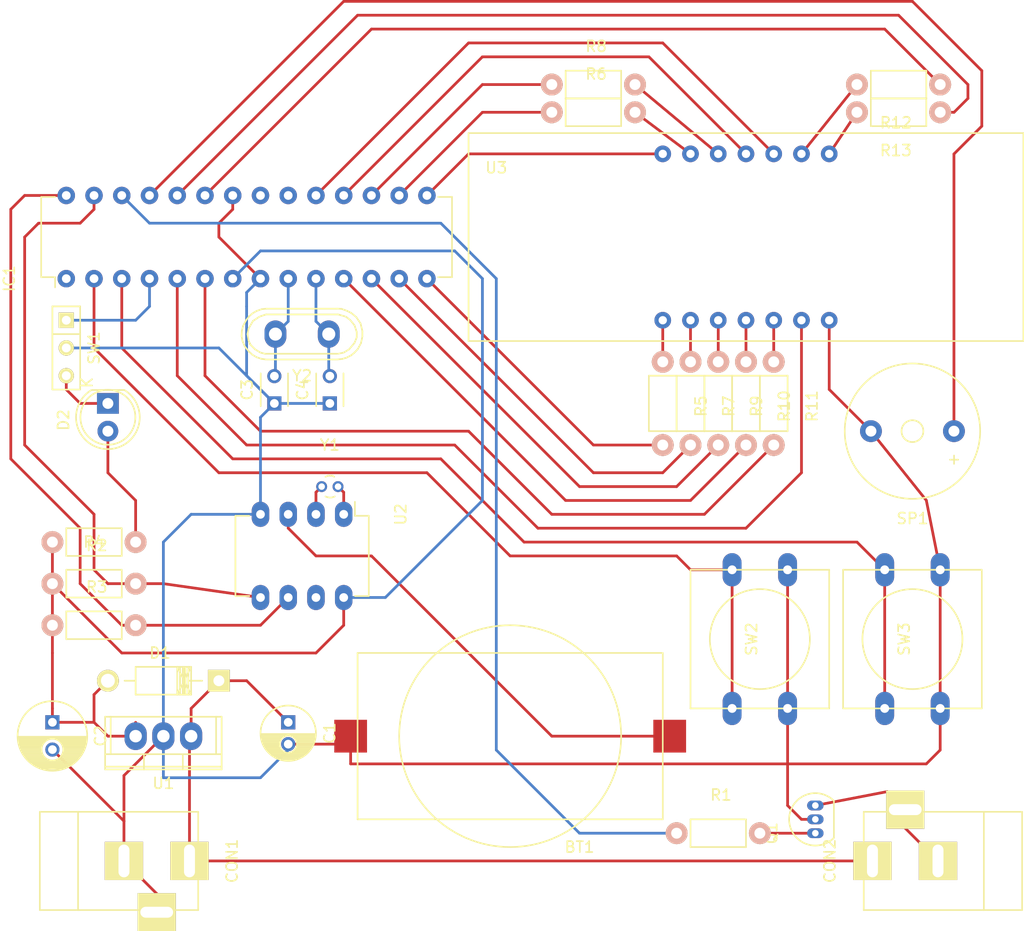
<source format=kicad_pcb>
(kicad_pcb (version 4) (host pcbnew 4.0.4-stable)

  (general
    (links 74)
    (no_connects 0)
    (area 124.165 33.964999 218.715001 120.10448)
    (thickness 1.6)
    (drawings 0)
    (tracks 216)
    (zones 0)
    (modules 33)
    (nets 42)
  )

  (page A4)
  (layers
    (0 F.Cu signal)
    (31 B.Cu signal)
    (32 B.Adhes user hide)
    (33 F.Adhes user hide)
    (34 B.Paste user hide)
    (35 F.Paste user hide)
    (36 B.SilkS user hide)
    (37 F.SilkS user)
    (38 B.Mask user hide)
    (39 F.Mask user hide)
    (40 Dwgs.User user hide)
    (41 Cmts.User user hide)
    (42 Eco1.User user hide)
    (43 Eco2.User user hide)
    (44 Edge.Cuts user)
    (45 Margin user hide)
    (46 B.CrtYd user hide)
    (47 F.CrtYd user hide)
    (48 B.Fab user hide)
    (49 F.Fab user hide)
  )

  (setup
    (last_trace_width 0.25)
    (trace_clearance 0.2)
    (zone_clearance 0.508)
    (zone_45_only no)
    (trace_min 0.2)
    (segment_width 0.2)
    (edge_width 0.15)
    (via_size 0.6)
    (via_drill 0.4)
    (via_min_size 0.4)
    (via_min_drill 0.3)
    (uvia_size 0.3)
    (uvia_drill 0.1)
    (uvias_allowed no)
    (uvia_min_size 0.2)
    (uvia_min_drill 0.1)
    (pcb_text_width 0.3)
    (pcb_text_size 1.5 1.5)
    (mod_edge_width 0.15)
    (mod_text_size 1 1)
    (mod_text_width 0.15)
    (pad_size 1.524 1.524)
    (pad_drill 0.762)
    (pad_to_mask_clearance 0.2)
    (aux_axis_origin 119.38 124.46)
    (visible_elements FFFFFF1D)
    (pcbplotparams
      (layerselection 0x01020_80000001)
      (usegerberextensions false)
      (excludeedgelayer true)
      (linewidth 0.100000)
      (plotframeref false)
      (viasonmask false)
      (mode 1)
      (useauxorigin false)
      (hpglpennumber 1)
      (hpglpenspeed 20)
      (hpglpendiameter 15)
      (hpglpenoverlay 2)
      (psnegative false)
      (psa4output false)
      (plotreference true)
      (plotvalue true)
      (plotinvisibletext false)
      (padsonsilk false)
      (subtractmaskfromsilk false)
      (outputformat 1)
      (mirror false)
      (drillshape 0)
      (scaleselection 1)
      (outputdirectory ""))
  )

  (net 0 "")
  (net 1 GND)
  (net 2 "Net-(BT1-Pad1)")
  (net 3 VPP)
  (net 4 +5V)
  (net 5 "Net-(C3-Pad2)")
  (net 6 "Net-(C4-Pad2)")
  (net 7 "Net-(CON2-Pad2)")
  (net 8 "Net-(D2-Pad1)")
  (net 9 "Net-(D2-Pad2)")
  (net 10 PD0)
  (net 11 PD1)
  (net 12 PD2)
  (net 13 PD3)
  (net 14 PD5)
  (net 15 PD6)
  (net 16 PD7)
  (net 17 PB0)
  (net 18 PB1)
  (net 19 PB2)
  (net 20 PB3)
  (net 21 PB4)
  (net 22 PC0)
  (net 23 PC1)
  (net 24 PC2)
  (net 25 PC3)
  (net 26 PC4)
  (net 27 PC5)
  (net 28 "Net-(Q1-Pad1)")
  (net 29 "Net-(R7-Pad1)")
  (net 30 "Net-(R8-Pad2)")
  (net 31 "Net-(R9-Pad1)")
  (net 32 "Net-(R11-Pad1)")
  (net 33 "Net-(U2-Pad1)")
  (net 34 "Net-(U2-Pad2)")
  (net 35 "Net-(R5-Pad1)")
  (net 36 "Net-(R6-Pad2)")
  (net 37 "Net-(R10-Pad1)")
  (net 38 "Net-(R12-Pad2)")
  (net 39 "Net-(R13-Pad2)")
  (net 40 PD4)
  (net 41 PB5)

  (net_class Default "This is the default net class."
    (clearance 0.2)
    (trace_width 0.25)
    (via_dia 0.6)
    (via_drill 0.4)
    (uvia_dia 0.3)
    (uvia_drill 0.1)
    (add_net +5V)
    (add_net GND)
    (add_net "Net-(BT1-Pad1)")
    (add_net "Net-(C3-Pad2)")
    (add_net "Net-(C4-Pad2)")
    (add_net "Net-(CON2-Pad2)")
    (add_net "Net-(D2-Pad1)")
    (add_net "Net-(D2-Pad2)")
    (add_net "Net-(Q1-Pad1)")
    (add_net "Net-(R10-Pad1)")
    (add_net "Net-(R11-Pad1)")
    (add_net "Net-(R12-Pad2)")
    (add_net "Net-(R13-Pad2)")
    (add_net "Net-(R5-Pad1)")
    (add_net "Net-(R6-Pad2)")
    (add_net "Net-(R7-Pad1)")
    (add_net "Net-(R8-Pad2)")
    (add_net "Net-(R9-Pad1)")
    (add_net "Net-(U2-Pad1)")
    (add_net "Net-(U2-Pad2)")
    (add_net PB0)
    (add_net PB1)
    (add_net PB2)
    (add_net PB3)
    (add_net PB4)
    (add_net PB5)
    (add_net PC0)
    (add_net PC1)
    (add_net PC2)
    (add_net PC3)
    (add_net PC4)
    (add_net PC5)
    (add_net PD0)
    (add_net PD1)
    (add_net PD2)
    (add_net PD3)
    (add_net PD4)
    (add_net PD5)
    (add_net PD6)
    (add_net PD7)
    (add_net VPP)
  )

  (module Connectors:BARREL_JACK (layer F.Cu) (tedit 0) (tstamp 58221C46)
    (at 135.89 113.03)
    (descr "DC Barrel Jack")
    (tags "Power Jack")
    (path /5820329B)
    (fp_text reference CON1 (at 10.09904 0 90) (layer F.SilkS)
      (effects (font (size 1 1) (thickness 0.15)))
    )
    (fp_text value BARREL_JACK (at 0 -5.99948) (layer F.Fab)
      (effects (font (size 1 1) (thickness 0.15)))
    )
    (fp_line (start -4.0005 -4.50088) (end -4.0005 4.50088) (layer F.SilkS) (width 0.15))
    (fp_line (start -7.50062 -4.50088) (end -7.50062 4.50088) (layer F.SilkS) (width 0.15))
    (fp_line (start -7.50062 4.50088) (end 7.00024 4.50088) (layer F.SilkS) (width 0.15))
    (fp_line (start 7.00024 4.50088) (end 7.00024 -4.50088) (layer F.SilkS) (width 0.15))
    (fp_line (start 7.00024 -4.50088) (end -7.50062 -4.50088) (layer F.SilkS) (width 0.15))
    (pad 1 thru_hole rect (at 6.20014 0) (size 3.50012 3.50012) (drill oval 1.00076 2.99974) (layers *.Cu *.Mask F.SilkS)
      (net 3 VPP))
    (pad 2 thru_hole rect (at 0.20066 0) (size 3.50012 3.50012) (drill oval 1.00076 2.99974) (layers *.Cu *.Mask F.SilkS)
      (net 1 GND))
    (pad 3 thru_hole rect (at 3.2004 4.699) (size 3.50012 3.50012) (drill oval 2.99974 1.00076) (layers *.Cu *.Mask F.SilkS)
      (net 1 GND))
  )

  (module Housings_DIP:DIP-8_W7.62mm_LongPads (layer F.Cu) (tedit 54130A77) (tstamp 58221DBD)
    (at 156.21 81.28 270)
    (descr "8-lead dip package, row spacing 7.62 mm (300 mils), longer pads")
    (tags "dil dip 2.54 300")
    (path /58202732)
    (fp_text reference U2 (at 0 -5.22 270) (layer F.SilkS)
      (effects (font (size 1 1) (thickness 0.15)))
    )
    (fp_text value DS1307 (at 0 -3.72 270) (layer F.Fab)
      (effects (font (size 1 1) (thickness 0.15)))
    )
    (fp_line (start -1.4 -2.45) (end -1.4 10.1) (layer F.CrtYd) (width 0.05))
    (fp_line (start 9 -2.45) (end 9 10.1) (layer F.CrtYd) (width 0.05))
    (fp_line (start -1.4 -2.45) (end 9 -2.45) (layer F.CrtYd) (width 0.05))
    (fp_line (start -1.4 10.1) (end 9 10.1) (layer F.CrtYd) (width 0.05))
    (fp_line (start 0.135 -2.295) (end 0.135 -1.025) (layer F.SilkS) (width 0.15))
    (fp_line (start 7.485 -2.295) (end 7.485 -1.025) (layer F.SilkS) (width 0.15))
    (fp_line (start 7.485 9.915) (end 7.485 8.645) (layer F.SilkS) (width 0.15))
    (fp_line (start 0.135 9.915) (end 0.135 8.645) (layer F.SilkS) (width 0.15))
    (fp_line (start 0.135 -2.295) (end 7.485 -2.295) (layer F.SilkS) (width 0.15))
    (fp_line (start 0.135 9.915) (end 7.485 9.915) (layer F.SilkS) (width 0.15))
    (fp_line (start 0.135 -1.025) (end -1.15 -1.025) (layer F.SilkS) (width 0.15))
    (pad 1 thru_hole oval (at 0 0 270) (size 2.3 1.6) (drill 0.8) (layers *.Cu *.Mask)
      (net 33 "Net-(U2-Pad1)"))
    (pad 2 thru_hole oval (at 0 2.54 270) (size 2.3 1.6) (drill 0.8) (layers *.Cu *.Mask)
      (net 34 "Net-(U2-Pad2)"))
    (pad 3 thru_hole oval (at 0 5.08 270) (size 2.3 1.6) (drill 0.8) (layers *.Cu *.Mask)
      (net 2 "Net-(BT1-Pad1)"))
    (pad 4 thru_hole oval (at 0 7.62 270) (size 2.3 1.6) (drill 0.8) (layers *.Cu *.Mask)
      (net 1 GND))
    (pad 5 thru_hole oval (at 7.62 7.62 270) (size 2.3 1.6) (drill 0.8) (layers *.Cu *.Mask)
      (net 26 PC4))
    (pad 6 thru_hole oval (at 7.62 5.08 270) (size 2.3 1.6) (drill 0.8) (layers *.Cu *.Mask)
      (net 27 PC5))
    (pad 7 thru_hole oval (at 7.62 2.54 270) (size 2.3 1.6) (drill 0.8) (layers *.Cu *.Mask))
    (pad 8 thru_hole oval (at 7.62 0 270) (size 2.3 1.6) (drill 0.8) (layers *.Cu *.Mask)
      (net 4 +5V))
    (model Housings_DIP.3dshapes/DIP-8_W7.62mm_LongPads.wrl
      (at (xyz 0 0 0))
      (scale (xyz 1 1 1))
      (rotate (xyz 0 0 0))
    )
  )

  (module Capacitors_ThroughHole:C_Disc_D3_P2.5 (layer F.Cu) (tedit 0) (tstamp 58221C2E)
    (at 149.86 71.12 90)
    (descr "Capacitor 3mm Disc, Pitch 2.5mm")
    (tags Capacitor)
    (path /580DB46E)
    (fp_text reference C3 (at 1.25 -2.5 90) (layer F.SilkS)
      (effects (font (size 1 1) (thickness 0.15)))
    )
    (fp_text value 20pF (at 1.25 2.5 90) (layer F.Fab)
      (effects (font (size 1 1) (thickness 0.15)))
    )
    (fp_line (start -0.9 -1.5) (end 3.4 -1.5) (layer F.CrtYd) (width 0.05))
    (fp_line (start 3.4 -1.5) (end 3.4 1.5) (layer F.CrtYd) (width 0.05))
    (fp_line (start 3.4 1.5) (end -0.9 1.5) (layer F.CrtYd) (width 0.05))
    (fp_line (start -0.9 1.5) (end -0.9 -1.5) (layer F.CrtYd) (width 0.05))
    (fp_line (start -0.25 -1.25) (end 2.75 -1.25) (layer F.SilkS) (width 0.15))
    (fp_line (start 2.75 1.25) (end -0.25 1.25) (layer F.SilkS) (width 0.15))
    (pad 1 thru_hole rect (at 0 0 90) (size 1.3 1.3) (drill 0.8) (layers *.Cu *.Mask)
      (net 1 GND))
    (pad 2 thru_hole circle (at 2.5 0 90) (size 1.3 1.3) (drill 0.8001) (layers *.Cu *.Mask)
      (net 5 "Net-(C3-Pad2)"))
    (model Capacitors_ThroughHole.3dshapes/C_Disc_D3_P2.5.wrl
      (at (xyz 0.0492126 0 0))
      (scale (xyz 1 1 1))
      (rotate (xyz 0 0 0))
    )
  )

  (module Capacitors_ThroughHole:C_Disc_D3_P2.5 (layer F.Cu) (tedit 0) (tstamp 58221C3A)
    (at 154.94 71.12 90)
    (descr "Capacitor 3mm Disc, Pitch 2.5mm")
    (tags Capacitor)
    (path /580DB5B3)
    (fp_text reference C4 (at 1.25 -2.5 90) (layer F.SilkS)
      (effects (font (size 1 1) (thickness 0.15)))
    )
    (fp_text value 20pF (at 1.25 2.5 90) (layer F.Fab)
      (effects (font (size 1 1) (thickness 0.15)))
    )
    (fp_line (start -0.9 -1.5) (end 3.4 -1.5) (layer F.CrtYd) (width 0.05))
    (fp_line (start 3.4 -1.5) (end 3.4 1.5) (layer F.CrtYd) (width 0.05))
    (fp_line (start 3.4 1.5) (end -0.9 1.5) (layer F.CrtYd) (width 0.05))
    (fp_line (start -0.9 1.5) (end -0.9 -1.5) (layer F.CrtYd) (width 0.05))
    (fp_line (start -0.25 -1.25) (end 2.75 -1.25) (layer F.SilkS) (width 0.15))
    (fp_line (start 2.75 1.25) (end -0.25 1.25) (layer F.SilkS) (width 0.15))
    (pad 1 thru_hole rect (at 0 0 90) (size 1.3 1.3) (drill 0.8) (layers *.Cu *.Mask)
      (net 1 GND))
    (pad 2 thru_hole circle (at 2.5 0 90) (size 1.3 1.3) (drill 0.8001) (layers *.Cu *.Mask)
      (net 6 "Net-(C4-Pad2)"))
    (model Capacitors_ThroughHole.3dshapes/C_Disc_D3_P2.5.wrl
      (at (xyz 0.0492126 0 0))
      (scale (xyz 1 1 1))
      (rotate (xyz 0 0 0))
    )
  )

  (module Connectors:BARREL_JACK (layer F.Cu) (tedit 0) (tstamp 58221C52)
    (at 210.82 113.03 180)
    (descr "DC Barrel Jack")
    (tags "Power Jack")
    (path /5820332A)
    (fp_text reference CON2 (at 10.09904 0 270) (layer F.SilkS)
      (effects (font (size 1 1) (thickness 0.15)))
    )
    (fp_text value BARREL_JACK (at 0 -5.99948 180) (layer F.Fab)
      (effects (font (size 1 1) (thickness 0.15)))
    )
    (fp_line (start -4.0005 -4.50088) (end -4.0005 4.50088) (layer F.SilkS) (width 0.15))
    (fp_line (start -7.50062 -4.50088) (end -7.50062 4.50088) (layer F.SilkS) (width 0.15))
    (fp_line (start -7.50062 4.50088) (end 7.00024 4.50088) (layer F.SilkS) (width 0.15))
    (fp_line (start 7.00024 4.50088) (end 7.00024 -4.50088) (layer F.SilkS) (width 0.15))
    (fp_line (start 7.00024 -4.50088) (end -7.50062 -4.50088) (layer F.SilkS) (width 0.15))
    (pad 1 thru_hole rect (at 6.20014 0 180) (size 3.50012 3.50012) (drill oval 1.00076 2.99974) (layers *.Cu *.Mask F.SilkS)
      (net 3 VPP))
    (pad 2 thru_hole rect (at 0.20066 0 180) (size 3.50012 3.50012) (drill oval 1.00076 2.99974) (layers *.Cu *.Mask F.SilkS)
      (net 7 "Net-(CON2-Pad2)"))
    (pad 3 thru_hole rect (at 3.2004 4.699 180) (size 3.50012 3.50012) (drill oval 2.99974 1.00076) (layers *.Cu *.Mask F.SilkS)
      (net 7 "Net-(CON2-Pad2)"))
  )

  (module Diodes_THT:Diode_DO-41_SOD81_Horizontal_RM10 (layer F.Cu) (tedit 552FFCCE) (tstamp 58221C66)
    (at 144.78 96.52 180)
    (descr "Diode, DO-41, SOD81, Horizontal, RM 10mm,")
    (tags "Diode, DO-41, SOD81, Horizontal, RM 10mm, 1N4007, SB140,")
    (path /580D432E)
    (fp_text reference D1 (at 5.38734 2.53746 180) (layer F.SilkS)
      (effects (font (size 1 1) (thickness 0.15)))
    )
    (fp_text value D (at 4.37134 -3.55854 180) (layer F.Fab)
      (effects (font (size 1 1) (thickness 0.15)))
    )
    (fp_line (start 7.62 -0.00254) (end 8.636 -0.00254) (layer F.SilkS) (width 0.15))
    (fp_line (start 2.794 -0.00254) (end 1.524 -0.00254) (layer F.SilkS) (width 0.15))
    (fp_line (start 3.048 -1.27254) (end 3.048 1.26746) (layer F.SilkS) (width 0.15))
    (fp_line (start 3.302 -1.27254) (end 3.302 1.26746) (layer F.SilkS) (width 0.15))
    (fp_line (start 3.556 -1.27254) (end 3.556 1.26746) (layer F.SilkS) (width 0.15))
    (fp_line (start 2.794 -1.27254) (end 2.794 1.26746) (layer F.SilkS) (width 0.15))
    (fp_line (start 3.81 -1.27254) (end 2.54 1.26746) (layer F.SilkS) (width 0.15))
    (fp_line (start 2.54 -1.27254) (end 3.81 1.26746) (layer F.SilkS) (width 0.15))
    (fp_line (start 3.81 -1.27254) (end 3.81 1.26746) (layer F.SilkS) (width 0.15))
    (fp_line (start 3.175 -1.27254) (end 3.175 1.26746) (layer F.SilkS) (width 0.15))
    (fp_line (start 2.54 1.26746) (end 2.54 -1.27254) (layer F.SilkS) (width 0.15))
    (fp_line (start 2.54 -1.27254) (end 7.62 -1.27254) (layer F.SilkS) (width 0.15))
    (fp_line (start 7.62 -1.27254) (end 7.62 1.26746) (layer F.SilkS) (width 0.15))
    (fp_line (start 7.62 1.26746) (end 2.54 1.26746) (layer F.SilkS) (width 0.15))
    (pad 2 thru_hole circle (at 10.16 -0.00254) (size 1.99898 1.99898) (drill 1.27) (layers *.Cu *.Mask F.SilkS)
      (net 4 +5V))
    (pad 1 thru_hole rect (at 0 -0.00254) (size 1.99898 1.99898) (drill 1.00076) (layers *.Cu *.Mask F.SilkS)
      (net 3 VPP))
  )

  (module LEDs:LED-5MM (layer F.Cu) (tedit 5570F7EA) (tstamp 58221C72)
    (at 134.62 71.12 270)
    (descr "LED 5mm round vertical")
    (tags "LED 5mm round vertical")
    (path /58220B55)
    (fp_text reference D2 (at 1.524 4.064 270) (layer F.SilkS)
      (effects (font (size 1 1) (thickness 0.15)))
    )
    (fp_text value LED (at 1.524 -3.937 270) (layer F.Fab)
      (effects (font (size 1 1) (thickness 0.15)))
    )
    (fp_line (start -1.5 -1.55) (end -1.5 1.55) (layer F.CrtYd) (width 0.05))
    (fp_arc (start 1.3 0) (end -1.5 1.55) (angle -302) (layer F.CrtYd) (width 0.05))
    (fp_arc (start 1.27 0) (end -1.23 -1.5) (angle 297.5) (layer F.SilkS) (width 0.15))
    (fp_line (start -1.23 1.5) (end -1.23 -1.5) (layer F.SilkS) (width 0.15))
    (fp_circle (center 1.27 0) (end 0.97 -2.5) (layer F.SilkS) (width 0.15))
    (fp_text user K (at -1.905 1.905 270) (layer F.SilkS)
      (effects (font (size 1 1) (thickness 0.15)))
    )
    (pad 1 thru_hole rect (at 0 0) (size 2 1.9) (drill 1.00076) (layers *.Cu *.Mask)
      (net 8 "Net-(D2-Pad1)"))
    (pad 2 thru_hole circle (at 2.54 0 270) (size 1.9 1.9) (drill 1.00076) (layers *.Cu *.Mask)
      (net 9 "Net-(D2-Pad2)"))
    (model LEDs.3dshapes/LED-5MM.wrl
      (at (xyz 0.05 0 0))
      (scale (xyz 1 1 1))
      (rotate (xyz 0 0 90))
    )
  )

  (module Housings_DIP:DIP-28_W7.62mm (layer F.Cu) (tedit 54130A77) (tstamp 58221C9D)
    (at 130.81 59.69 90)
    (descr "28-lead dip package, row spacing 7.62 mm (300 mils)")
    (tags "dil dip 2.54 300")
    (path /581EA9E9)
    (fp_text reference IC1 (at 0 -5.22 90) (layer F.SilkS)
      (effects (font (size 1 1) (thickness 0.15)))
    )
    (fp_text value ATMEGA328-P (at 0 -3.72 90) (layer F.Fab)
      (effects (font (size 1 1) (thickness 0.15)))
    )
    (fp_line (start -1.05 -2.45) (end -1.05 35.5) (layer F.CrtYd) (width 0.05))
    (fp_line (start 8.65 -2.45) (end 8.65 35.5) (layer F.CrtYd) (width 0.05))
    (fp_line (start -1.05 -2.45) (end 8.65 -2.45) (layer F.CrtYd) (width 0.05))
    (fp_line (start -1.05 35.5) (end 8.65 35.5) (layer F.CrtYd) (width 0.05))
    (fp_line (start 0.135 -2.295) (end 0.135 -1.025) (layer F.SilkS) (width 0.15))
    (fp_line (start 7.485 -2.295) (end 7.485 -1.025) (layer F.SilkS) (width 0.15))
    (fp_line (start 7.485 35.315) (end 7.485 34.045) (layer F.SilkS) (width 0.15))
    (fp_line (start 0.135 35.315) (end 0.135 34.045) (layer F.SilkS) (width 0.15))
    (fp_line (start 0.135 -2.295) (end 7.485 -2.295) (layer F.SilkS) (width 0.15))
    (fp_line (start 0.135 35.315) (end 7.485 35.315) (layer F.SilkS) (width 0.15))
    (fp_line (start 0.135 -1.025) (end -0.8 -1.025) (layer F.SilkS) (width 0.15))
    (pad 1 thru_hole oval (at 0 0 90) (size 1.6 1.6) (drill 0.8) (layers *.Cu *.Mask))
    (pad 2 thru_hole oval (at 0 2.54 90) (size 1.6 1.6) (drill 0.8) (layers *.Cu *.Mask)
      (net 10 PD0))
    (pad 3 thru_hole oval (at 0 5.08 90) (size 1.6 1.6) (drill 0.8) (layers *.Cu *.Mask)
      (net 11 PD1))
    (pad 4 thru_hole oval (at 0 7.62 90) (size 1.6 1.6) (drill 0.8) (layers *.Cu *.Mask)
      (net 12 PD2))
    (pad 5 thru_hole oval (at 0 10.16 90) (size 1.6 1.6) (drill 0.8) (layers *.Cu *.Mask)
      (net 13 PD3))
    (pad 6 thru_hole oval (at 0 12.7 90) (size 1.6 1.6) (drill 0.8) (layers *.Cu *.Mask)
      (net 40 PD4))
    (pad 7 thru_hole oval (at 0 15.24 90) (size 1.6 1.6) (drill 0.8) (layers *.Cu *.Mask)
      (net 4 +5V))
    (pad 8 thru_hole oval (at 0 17.78 90) (size 1.6 1.6) (drill 0.8) (layers *.Cu *.Mask)
      (net 1 GND))
    (pad 9 thru_hole oval (at 0 20.32 90) (size 1.6 1.6) (drill 0.8) (layers *.Cu *.Mask)
      (net 5 "Net-(C3-Pad2)"))
    (pad 10 thru_hole oval (at 0 22.86 90) (size 1.6 1.6) (drill 0.8) (layers *.Cu *.Mask)
      (net 6 "Net-(C4-Pad2)"))
    (pad 11 thru_hole oval (at 0 25.4 90) (size 1.6 1.6) (drill 0.8) (layers *.Cu *.Mask)
      (net 14 PD5))
    (pad 12 thru_hole oval (at 0 27.94 90) (size 1.6 1.6) (drill 0.8) (layers *.Cu *.Mask)
      (net 15 PD6))
    (pad 13 thru_hole oval (at 0 30.48 90) (size 1.6 1.6) (drill 0.8) (layers *.Cu *.Mask)
      (net 16 PD7))
    (pad 14 thru_hole oval (at 0 33.02 90) (size 1.6 1.6) (drill 0.8) (layers *.Cu *.Mask)
      (net 17 PB0))
    (pad 15 thru_hole oval (at 7.62 33.02 90) (size 1.6 1.6) (drill 0.8) (layers *.Cu *.Mask)
      (net 18 PB1))
    (pad 16 thru_hole oval (at 7.62 30.48 90) (size 1.6 1.6) (drill 0.8) (layers *.Cu *.Mask)
      (net 19 PB2))
    (pad 17 thru_hole oval (at 7.62 27.94 90) (size 1.6 1.6) (drill 0.8) (layers *.Cu *.Mask)
      (net 20 PB3))
    (pad 18 thru_hole oval (at 7.62 25.4 90) (size 1.6 1.6) (drill 0.8) (layers *.Cu *.Mask)
      (net 21 PB4))
    (pad 19 thru_hole oval (at 7.62 22.86 90) (size 1.6 1.6) (drill 0.8) (layers *.Cu *.Mask)
      (net 41 PB5))
    (pad 20 thru_hole oval (at 7.62 20.32 90) (size 1.6 1.6) (drill 0.8) (layers *.Cu *.Mask))
    (pad 21 thru_hole oval (at 7.62 17.78 90) (size 1.6 1.6) (drill 0.8) (layers *.Cu *.Mask))
    (pad 22 thru_hole oval (at 7.62 15.24 90) (size 1.6 1.6) (drill 0.8) (layers *.Cu *.Mask)
      (net 1 GND))
    (pad 23 thru_hole oval (at 7.62 12.7 90) (size 1.6 1.6) (drill 0.8) (layers *.Cu *.Mask)
      (net 22 PC0))
    (pad 24 thru_hole oval (at 7.62 10.16 90) (size 1.6 1.6) (drill 0.8) (layers *.Cu *.Mask)
      (net 23 PC1))
    (pad 25 thru_hole oval (at 7.62 7.62 90) (size 1.6 1.6) (drill 0.8) (layers *.Cu *.Mask)
      (net 24 PC2))
    (pad 26 thru_hole oval (at 7.62 5.08 90) (size 1.6 1.6) (drill 0.8) (layers *.Cu *.Mask)
      (net 25 PC3))
    (pad 27 thru_hole oval (at 7.62 2.54 90) (size 1.6 1.6) (drill 0.8) (layers *.Cu *.Mask)
      (net 26 PC4))
    (pad 28 thru_hole oval (at 7.62 0 90) (size 1.6 1.6) (drill 0.8) (layers *.Cu *.Mask)
      (net 27 PC5))
    (model Housings_DIP.3dshapes/DIP-28_W7.62mm.wrl
      (at (xyz 0 0 0))
      (scale (xyz 1 1 1))
      (rotate (xyz 0 0 0))
    )
  )

  (module Resistors_ThroughHole:Resistor_Horizontal_RM7mm (layer F.Cu) (tedit 569FCF07) (tstamp 58221CB5)
    (at 186.69 110.49)
    (descr "Resistor, Axial,  RM 7.62mm, 1/3W,")
    (tags "Resistor Axial RM 7.62mm 1/3W R3")
    (path /580D5FB2)
    (fp_text reference R1 (at 4.05892 -3.50012) (layer F.SilkS)
      (effects (font (size 1 1) (thickness 0.15)))
    )
    (fp_text value 3.3k (at 3.81 3.81) (layer F.Fab)
      (effects (font (size 1 1) (thickness 0.15)))
    )
    (fp_line (start -1.25 -1.5) (end 8.85 -1.5) (layer F.CrtYd) (width 0.05))
    (fp_line (start -1.25 1.5) (end -1.25 -1.5) (layer F.CrtYd) (width 0.05))
    (fp_line (start 8.85 -1.5) (end 8.85 1.5) (layer F.CrtYd) (width 0.05))
    (fp_line (start -1.25 1.5) (end 8.85 1.5) (layer F.CrtYd) (width 0.05))
    (fp_line (start 1.27 -1.27) (end 6.35 -1.27) (layer F.SilkS) (width 0.15))
    (fp_line (start 6.35 -1.27) (end 6.35 1.27) (layer F.SilkS) (width 0.15))
    (fp_line (start 6.35 1.27) (end 1.27 1.27) (layer F.SilkS) (width 0.15))
    (fp_line (start 1.27 1.27) (end 1.27 -1.27) (layer F.SilkS) (width 0.15))
    (pad 1 thru_hole circle (at 0 0) (size 1.99898 1.99898) (drill 1.00076) (layers *.Cu *.SilkS *.Mask)
      (net 25 PC3))
    (pad 2 thru_hole circle (at 7.62 0) (size 1.99898 1.99898) (drill 1.00076) (layers *.Cu *.SilkS *.Mask)
      (net 28 "Net-(Q1-Pad1)"))
  )

  (module Resistors_ThroughHole:Resistor_Horizontal_RM7mm (layer F.Cu) (tedit 569FCF07) (tstamp 58221CC3)
    (at 129.54 87.63)
    (descr "Resistor, Axial,  RM 7.62mm, 1/3W,")
    (tags "Resistor Axial RM 7.62mm 1/3W R3")
    (path /580DDBE0)
    (fp_text reference R2 (at 4.05892 -3.50012) (layer F.SilkS)
      (effects (font (size 1 1) (thickness 0.15)))
    )
    (fp_text value 2.2k (at 3.81 3.81) (layer F.Fab)
      (effects (font (size 1 1) (thickness 0.15)))
    )
    (fp_line (start -1.25 -1.5) (end 8.85 -1.5) (layer F.CrtYd) (width 0.05))
    (fp_line (start -1.25 1.5) (end -1.25 -1.5) (layer F.CrtYd) (width 0.05))
    (fp_line (start 8.85 -1.5) (end 8.85 1.5) (layer F.CrtYd) (width 0.05))
    (fp_line (start -1.25 1.5) (end 8.85 1.5) (layer F.CrtYd) (width 0.05))
    (fp_line (start 1.27 -1.27) (end 6.35 -1.27) (layer F.SilkS) (width 0.15))
    (fp_line (start 6.35 -1.27) (end 6.35 1.27) (layer F.SilkS) (width 0.15))
    (fp_line (start 6.35 1.27) (end 1.27 1.27) (layer F.SilkS) (width 0.15))
    (fp_line (start 1.27 1.27) (end 1.27 -1.27) (layer F.SilkS) (width 0.15))
    (pad 1 thru_hole circle (at 0 0) (size 1.99898 1.99898) (drill 1.00076) (layers *.Cu *.SilkS *.Mask)
      (net 4 +5V))
    (pad 2 thru_hole circle (at 7.62 0) (size 1.99898 1.99898) (drill 1.00076) (layers *.Cu *.SilkS *.Mask)
      (net 26 PC4))
  )

  (module Resistors_ThroughHole:Resistor_Horizontal_RM7mm (layer F.Cu) (tedit 569FCF07) (tstamp 58221CD1)
    (at 129.54 91.44)
    (descr "Resistor, Axial,  RM 7.62mm, 1/3W,")
    (tags "Resistor Axial RM 7.62mm 1/3W R3")
    (path /580DDCFE)
    (fp_text reference R3 (at 4.05892 -3.50012) (layer F.SilkS)
      (effects (font (size 1 1) (thickness 0.15)))
    )
    (fp_text value 2.2k (at 3.81 3.81) (layer F.Fab)
      (effects (font (size 1 1) (thickness 0.15)))
    )
    (fp_line (start -1.25 -1.5) (end 8.85 -1.5) (layer F.CrtYd) (width 0.05))
    (fp_line (start -1.25 1.5) (end -1.25 -1.5) (layer F.CrtYd) (width 0.05))
    (fp_line (start 8.85 -1.5) (end 8.85 1.5) (layer F.CrtYd) (width 0.05))
    (fp_line (start -1.25 1.5) (end 8.85 1.5) (layer F.CrtYd) (width 0.05))
    (fp_line (start 1.27 -1.27) (end 6.35 -1.27) (layer F.SilkS) (width 0.15))
    (fp_line (start 6.35 -1.27) (end 6.35 1.27) (layer F.SilkS) (width 0.15))
    (fp_line (start 6.35 1.27) (end 1.27 1.27) (layer F.SilkS) (width 0.15))
    (fp_line (start 1.27 1.27) (end 1.27 -1.27) (layer F.SilkS) (width 0.15))
    (pad 1 thru_hole circle (at 0 0) (size 1.99898 1.99898) (drill 1.00076) (layers *.Cu *.SilkS *.Mask)
      (net 4 +5V))
    (pad 2 thru_hole circle (at 7.62 0) (size 1.99898 1.99898) (drill 1.00076) (layers *.Cu *.SilkS *.Mask)
      (net 27 PC5))
  )

  (module Resistors_ThroughHole:Resistor_Horizontal_RM7mm (layer F.Cu) (tedit 569FCF07) (tstamp 58221CEF)
    (at 187.96 67.31 270)
    (descr "Resistor, Axial,  RM 7.62mm, 1/3W,")
    (tags "Resistor Axial RM 7.62mm 1/3W R3")
    (path /580C2FBA)
    (fp_text reference R7 (at 4.05892 -3.50012 270) (layer F.SilkS)
      (effects (font (size 1 1) (thickness 0.15)))
    )
    (fp_text value 2.2k (at 3.81 3.81 270) (layer F.Fab)
      (effects (font (size 1 1) (thickness 0.15)))
    )
    (fp_line (start -1.25 -1.5) (end 8.85 -1.5) (layer F.CrtYd) (width 0.05))
    (fp_line (start -1.25 1.5) (end -1.25 -1.5) (layer F.CrtYd) (width 0.05))
    (fp_line (start 8.85 -1.5) (end 8.85 1.5) (layer F.CrtYd) (width 0.05))
    (fp_line (start -1.25 1.5) (end 8.85 1.5) (layer F.CrtYd) (width 0.05))
    (fp_line (start 1.27 -1.27) (end 6.35 -1.27) (layer F.SilkS) (width 0.15))
    (fp_line (start 6.35 -1.27) (end 6.35 1.27) (layer F.SilkS) (width 0.15))
    (fp_line (start 6.35 1.27) (end 1.27 1.27) (layer F.SilkS) (width 0.15))
    (fp_line (start 1.27 1.27) (end 1.27 -1.27) (layer F.SilkS) (width 0.15))
    (pad 1 thru_hole circle (at 0 0 270) (size 1.99898 1.99898) (drill 1.00076) (layers *.Cu *.SilkS *.Mask)
      (net 29 "Net-(R7-Pad1)"))
    (pad 2 thru_hole circle (at 7.62 0 270) (size 1.99898 1.99898) (drill 1.00076) (layers *.Cu *.SilkS *.Mask)
      (net 16 PD7))
  )

  (module Resistors_ThroughHole:Resistor_Horizontal_RM7mm (layer F.Cu) (tedit 569FCF07) (tstamp 58221CFD)
    (at 175.26 41.91)
    (descr "Resistor, Axial,  RM 7.62mm, 1/3W,")
    (tags "Resistor Axial RM 7.62mm 1/3W R3")
    (path /580C3190)
    (fp_text reference R8 (at 4.05892 -3.50012) (layer F.SilkS)
      (effects (font (size 1 1) (thickness 0.15)))
    )
    (fp_text value 2.2k (at 3.81 3.81) (layer F.Fab)
      (effects (font (size 1 1) (thickness 0.15)))
    )
    (fp_line (start -1.25 -1.5) (end 8.85 -1.5) (layer F.CrtYd) (width 0.05))
    (fp_line (start -1.25 1.5) (end -1.25 -1.5) (layer F.CrtYd) (width 0.05))
    (fp_line (start 8.85 -1.5) (end 8.85 1.5) (layer F.CrtYd) (width 0.05))
    (fp_line (start -1.25 1.5) (end 8.85 1.5) (layer F.CrtYd) (width 0.05))
    (fp_line (start 1.27 -1.27) (end 6.35 -1.27) (layer F.SilkS) (width 0.15))
    (fp_line (start 6.35 -1.27) (end 6.35 1.27) (layer F.SilkS) (width 0.15))
    (fp_line (start 6.35 1.27) (end 1.27 1.27) (layer F.SilkS) (width 0.15))
    (fp_line (start 1.27 1.27) (end 1.27 -1.27) (layer F.SilkS) (width 0.15))
    (pad 1 thru_hole circle (at 0 0) (size 1.99898 1.99898) (drill 1.00076) (layers *.Cu *.SilkS *.Mask)
      (net 20 PB3))
    (pad 2 thru_hole circle (at 7.62 0) (size 1.99898 1.99898) (drill 1.00076) (layers *.Cu *.SilkS *.Mask)
      (net 30 "Net-(R8-Pad2)"))
  )

  (module Resistors_ThroughHole:Resistor_Horizontal_RM7mm (layer F.Cu) (tedit 569FCF07) (tstamp 58221D0B)
    (at 190.5 67.31 270)
    (descr "Resistor, Axial,  RM 7.62mm, 1/3W,")
    (tags "Resistor Axial RM 7.62mm 1/3W R3")
    (path /580C3214)
    (fp_text reference R9 (at 4.05892 -3.50012 270) (layer F.SilkS)
      (effects (font (size 1 1) (thickness 0.15)))
    )
    (fp_text value 2.2k (at 3.81 3.81 270) (layer F.Fab)
      (effects (font (size 1 1) (thickness 0.15)))
    )
    (fp_line (start -1.25 -1.5) (end 8.85 -1.5) (layer F.CrtYd) (width 0.05))
    (fp_line (start -1.25 1.5) (end -1.25 -1.5) (layer F.CrtYd) (width 0.05))
    (fp_line (start 8.85 -1.5) (end 8.85 1.5) (layer F.CrtYd) (width 0.05))
    (fp_line (start -1.25 1.5) (end 8.85 1.5) (layer F.CrtYd) (width 0.05))
    (fp_line (start 1.27 -1.27) (end 6.35 -1.27) (layer F.SilkS) (width 0.15))
    (fp_line (start 6.35 -1.27) (end 6.35 1.27) (layer F.SilkS) (width 0.15))
    (fp_line (start 6.35 1.27) (end 1.27 1.27) (layer F.SilkS) (width 0.15))
    (fp_line (start 1.27 1.27) (end 1.27 -1.27) (layer F.SilkS) (width 0.15))
    (pad 1 thru_hole circle (at 0 0 270) (size 1.99898 1.99898) (drill 1.00076) (layers *.Cu *.SilkS *.Mask)
      (net 31 "Net-(R9-Pad1)"))
    (pad 2 thru_hole circle (at 7.62 0 270) (size 1.99898 1.99898) (drill 1.00076) (layers *.Cu *.SilkS *.Mask)
      (net 15 PD6))
  )

  (module Resistors_ThroughHole:Resistor_Horizontal_RM7mm (layer F.Cu) (tedit 569FCF07) (tstamp 58221D19)
    (at 193.04 67.31 270)
    (descr "Resistor, Axial,  RM 7.62mm, 1/3W,")
    (tags "Resistor Axial RM 7.62mm 1/3W R3")
    (path /580C30EC)
    (fp_text reference R10 (at 4.05892 -3.50012 270) (layer F.SilkS)
      (effects (font (size 1 1) (thickness 0.15)))
    )
    (fp_text value 2.2k (at 3.81 3.81 270) (layer F.Fab)
      (effects (font (size 1 1) (thickness 0.15)))
    )
    (fp_line (start -1.25 -1.5) (end 8.85 -1.5) (layer F.CrtYd) (width 0.05))
    (fp_line (start -1.25 1.5) (end -1.25 -1.5) (layer F.CrtYd) (width 0.05))
    (fp_line (start 8.85 -1.5) (end 8.85 1.5) (layer F.CrtYd) (width 0.05))
    (fp_line (start -1.25 1.5) (end 8.85 1.5) (layer F.CrtYd) (width 0.05))
    (fp_line (start 1.27 -1.27) (end 6.35 -1.27) (layer F.SilkS) (width 0.15))
    (fp_line (start 6.35 -1.27) (end 6.35 1.27) (layer F.SilkS) (width 0.15))
    (fp_line (start 6.35 1.27) (end 1.27 1.27) (layer F.SilkS) (width 0.15))
    (fp_line (start 1.27 1.27) (end 1.27 -1.27) (layer F.SilkS) (width 0.15))
    (pad 1 thru_hole circle (at 0 0 270) (size 1.99898 1.99898) (drill 1.00076) (layers *.Cu *.SilkS *.Mask)
      (net 37 "Net-(R10-Pad1)"))
    (pad 2 thru_hole circle (at 7.62 0 270) (size 1.99898 1.99898) (drill 1.00076) (layers *.Cu *.SilkS *.Mask)
      (net 14 PD5))
  )

  (module Resistors_ThroughHole:Resistor_Horizontal_RM7mm (layer F.Cu) (tedit 569FCF07) (tstamp 58221D27)
    (at 195.58 67.31 270)
    (descr "Resistor, Axial,  RM 7.62mm, 1/3W,")
    (tags "Resistor Axial RM 7.62mm 1/3W R3")
    (path /580C3149)
    (fp_text reference R11 (at 4.05892 -3.50012 270) (layer F.SilkS)
      (effects (font (size 1 1) (thickness 0.15)))
    )
    (fp_text value 2.2k (at 3.81 3.81 270) (layer F.Fab)
      (effects (font (size 1 1) (thickness 0.15)))
    )
    (fp_line (start -1.25 -1.5) (end 8.85 -1.5) (layer F.CrtYd) (width 0.05))
    (fp_line (start -1.25 1.5) (end -1.25 -1.5) (layer F.CrtYd) (width 0.05))
    (fp_line (start 8.85 -1.5) (end 8.85 1.5) (layer F.CrtYd) (width 0.05))
    (fp_line (start -1.25 1.5) (end 8.85 1.5) (layer F.CrtYd) (width 0.05))
    (fp_line (start 1.27 -1.27) (end 6.35 -1.27) (layer F.SilkS) (width 0.15))
    (fp_line (start 6.35 -1.27) (end 6.35 1.27) (layer F.SilkS) (width 0.15))
    (fp_line (start 6.35 1.27) (end 1.27 1.27) (layer F.SilkS) (width 0.15))
    (fp_line (start 1.27 1.27) (end 1.27 -1.27) (layer F.SilkS) (width 0.15))
    (pad 1 thru_hole circle (at 0 0 270) (size 1.99898 1.99898) (drill 1.00076) (layers *.Cu *.SilkS *.Mask)
      (net 32 "Net-(R11-Pad1)"))
    (pad 2 thru_hole circle (at 7.62 0 270) (size 1.99898 1.99898) (drill 1.00076) (layers *.Cu *.SilkS *.Mask)
      (net 40 PD4))
  )

  (module Resistors_ThroughHole:Resistor_Horizontal_RM7mm (layer F.Cu) (tedit 569FCF07) (tstamp 58221D35)
    (at 210.82 41.91 180)
    (descr "Resistor, Axial,  RM 7.62mm, 1/3W,")
    (tags "Resistor Axial RM 7.62mm 1/3W R3")
    (path /580C328F)
    (fp_text reference R12 (at 4.05892 -3.50012 180) (layer F.SilkS)
      (effects (font (size 1 1) (thickness 0.15)))
    )
    (fp_text value 2.2k (at 3.81 3.81 180) (layer F.Fab)
      (effects (font (size 1 1) (thickness 0.15)))
    )
    (fp_line (start -1.25 -1.5) (end 8.85 -1.5) (layer F.CrtYd) (width 0.05))
    (fp_line (start -1.25 1.5) (end -1.25 -1.5) (layer F.CrtYd) (width 0.05))
    (fp_line (start 8.85 -1.5) (end 8.85 1.5) (layer F.CrtYd) (width 0.05))
    (fp_line (start -1.25 1.5) (end 8.85 1.5) (layer F.CrtYd) (width 0.05))
    (fp_line (start 1.27 -1.27) (end 6.35 -1.27) (layer F.SilkS) (width 0.15))
    (fp_line (start 6.35 -1.27) (end 6.35 1.27) (layer F.SilkS) (width 0.15))
    (fp_line (start 6.35 1.27) (end 1.27 1.27) (layer F.SilkS) (width 0.15))
    (fp_line (start 1.27 1.27) (end 1.27 -1.27) (layer F.SilkS) (width 0.15))
    (pad 1 thru_hole circle (at 0 0 180) (size 1.99898 1.99898) (drill 1.00076) (layers *.Cu *.SilkS *.Mask)
      (net 22 PC0))
    (pad 2 thru_hole circle (at 7.62 0 180) (size 1.99898 1.99898) (drill 1.00076) (layers *.Cu *.SilkS *.Mask)
      (net 38 "Net-(R12-Pad2)"))
  )

  (module Resistors_ThroughHole:Resistor_Horizontal_RM7mm (layer F.Cu) (tedit 569FCF07) (tstamp 58221D43)
    (at 210.82 44.45 180)
    (descr "Resistor, Axial,  RM 7.62mm, 1/3W,")
    (tags "Resistor Axial RM 7.62mm 1/3W R3")
    (path /580D1B6C)
    (fp_text reference R13 (at 4.05892 -3.50012 180) (layer F.SilkS)
      (effects (font (size 1 1) (thickness 0.15)))
    )
    (fp_text value 2.2k (at 3.81 3.81 180) (layer F.Fab)
      (effects (font (size 1 1) (thickness 0.15)))
    )
    (fp_line (start -1.25 -1.5) (end 8.85 -1.5) (layer F.CrtYd) (width 0.05))
    (fp_line (start -1.25 1.5) (end -1.25 -1.5) (layer F.CrtYd) (width 0.05))
    (fp_line (start 8.85 -1.5) (end 8.85 1.5) (layer F.CrtYd) (width 0.05))
    (fp_line (start -1.25 1.5) (end 8.85 1.5) (layer F.CrtYd) (width 0.05))
    (fp_line (start 1.27 -1.27) (end 6.35 -1.27) (layer F.SilkS) (width 0.15))
    (fp_line (start 6.35 -1.27) (end 6.35 1.27) (layer F.SilkS) (width 0.15))
    (fp_line (start 6.35 1.27) (end 1.27 1.27) (layer F.SilkS) (width 0.15))
    (fp_line (start 1.27 1.27) (end 1.27 -1.27) (layer F.SilkS) (width 0.15))
    (pad 1 thru_hole circle (at 0 0 180) (size 1.99898 1.99898) (drill 1.00076) (layers *.Cu *.SilkS *.Mask)
      (net 23 PC1))
    (pad 2 thru_hole circle (at 7.62 0 180) (size 1.99898 1.99898) (drill 1.00076) (layers *.Cu *.SilkS *.Mask)
      (net 39 "Net-(R13-Pad2)"))
  )

  (module Buzzers_Beepers:Buzzer_12x9.5RM7.6 (layer F.Cu) (tedit 544E361A) (tstamp 58221D68)
    (at 208.28 73.66 180)
    (descr "Generic Buzzer, D12mm height 9.5mm with RM7.6mm")
    (tags buzzer)
    (path /580DAB0A)
    (fp_text reference SP1 (at 0 -8.001 180) (layer F.SilkS)
      (effects (font (size 1 1) (thickness 0.15)))
    )
    (fp_text value BUZZER (at -1.00076 8.001 180) (layer F.Fab)
      (effects (font (size 1 1) (thickness 0.15)))
    )
    (fp_circle (center 0 0) (end 1.00076 0) (layer F.SilkS) (width 0.15))
    (fp_text user + (at -3.81 -2.54 180) (layer F.SilkS)
      (effects (font (size 1 1) (thickness 0.15)))
    )
    (fp_circle (center 0 0) (end 6.20014 0) (layer F.SilkS) (width 0.15))
    (pad 1 thru_hole circle (at -3.79984 0 180) (size 2 2) (drill 1.00076) (layers *.Cu *.Mask)
      (net 24 PC2))
    (pad 2 thru_hole circle (at 3.79984 0 180) (size 2 2) (drill 1.00076) (layers *.Cu *.Mask)
      (net 1 GND))
    (model Buzzers_Beepers.3dshapes/Buzzer_12x9.5RM7.6.wrl
      (at (xyz 0 0 0))
      (scale (xyz 4 4 4))
      (rotate (xyz 0 0 0))
    )
  )

  (module Buttons_Switches_THT:SW_Micro_SPST (layer F.Cu) (tedit 54BFC180) (tstamp 58221D74)
    (at 130.81 66.04 270)
    (tags "Switch Micro SPST")
    (path /582208B3)
    (fp_text reference SW1 (at 0 -2.54 270) (layer F.SilkS)
      (effects (font (size 1 1) (thickness 0.15)))
    )
    (fp_text value SWITCH_INV (at 0.025 2.45 270) (layer F.Fab)
      (effects (font (size 1 1) (thickness 0.15)))
    )
    (fp_line (start -3.81 1.27) (end -3.81 -1.27) (layer F.SilkS) (width 0.15))
    (fp_line (start -3.81 -1.27) (end 3.81 -1.27) (layer F.SilkS) (width 0.15))
    (fp_line (start 3.81 -1.27) (end 3.81 1.27) (layer F.SilkS) (width 0.15))
    (fp_line (start 3.81 1.27) (end -3.81 1.27) (layer F.SilkS) (width 0.15))
    (fp_line (start -1.27 -1.27) (end -1.27 1.27) (layer F.SilkS) (width 0.15))
    (pad 1 thru_hole rect (at -2.54 0 270) (size 1.397 1.397) (drill 0.8128) (layers *.Cu *.Mask F.SilkS)
      (net 12 PD2))
    (pad 2 thru_hole circle (at 0 0 270) (size 1.397 1.397) (drill 0.8128) (layers *.Cu *.Mask F.SilkS)
      (net 1 GND))
    (pad 3 thru_hole circle (at 2.54 0 270) (size 1.397 1.397) (drill 0.8128) (layers *.Cu *.Mask F.SilkS)
      (net 8 "Net-(D2-Pad1)"))
    (model Buttons_Switches_ThroughHole.3dshapes/SW_Micro_SPST.wrl
      (at (xyz 0 0 0))
      (scale (xyz 0.33 0.33 0.33))
      (rotate (xyz 0 0 0))
    )
  )

  (module Buttons_Switches_ThroughHole:SW_PUSH-12mm (layer F.Cu) (tedit 53FD9538) (tstamp 58221D81)
    (at 194.31 92.71 90)
    (path /580C2F63)
    (fp_text reference SW2 (at 0 -0.762 90) (layer F.SilkS)
      (effects (font (size 1 1) (thickness 0.15)))
    )
    (fp_text value SW_PUSH (at 0 1.016 90) (layer F.Fab)
      (effects (font (size 1 1) (thickness 0.15)))
    )
    (fp_circle (center 0 0) (end 3.81 2.54) (layer F.SilkS) (width 0.15))
    (fp_line (start -6.35 -6.35) (end 6.35 -6.35) (layer F.SilkS) (width 0.15))
    (fp_line (start 6.35 -6.35) (end 6.35 6.35) (layer F.SilkS) (width 0.15))
    (fp_line (start 6.35 6.35) (end -6.35 6.35) (layer F.SilkS) (width 0.15))
    (fp_line (start -6.35 6.35) (end -6.35 -6.35) (layer F.SilkS) (width 0.15))
    (pad 1 thru_hole oval (at 6.35 -2.54 90) (size 3.048 1.7272) (drill 0.8128) (layers *.Cu *.Mask)
      (net 10 PD0))
    (pad 2 thru_hole oval (at 6.35 2.54 90) (size 3.048 1.7272) (drill 0.8128) (layers *.Cu *.Mask)
      (net 1 GND))
    (pad 1 thru_hole oval (at -6.35 -2.54 90) (size 3.048 1.7272) (drill 0.8128) (layers *.Cu *.Mask)
      (net 10 PD0))
    (pad 2 thru_hole oval (at -6.35 2.54 90) (size 3.048 1.7272) (drill 0.8128) (layers *.Cu *.Mask)
      (net 1 GND))
    (model Buttons_Switches_ThroughHole.3dshapes/SW_PUSH-12mm.wrl
      (at (xyz 0 0 0))
      (scale (xyz 4 4 4))
      (rotate (xyz 0 0 0))
    )
  )

  (module Buttons_Switches_ThroughHole:SW_PUSH-12mm (layer F.Cu) (tedit 53FD9538) (tstamp 58221D8E)
    (at 208.28 92.71 90)
    (path /580D5596)
    (fp_text reference SW3 (at 0 -0.762 90) (layer F.SilkS)
      (effects (font (size 1 1) (thickness 0.15)))
    )
    (fp_text value SW_PUSH (at 0 1.016 90) (layer F.Fab)
      (effects (font (size 1 1) (thickness 0.15)))
    )
    (fp_circle (center 0 0) (end 3.81 2.54) (layer F.SilkS) (width 0.15))
    (fp_line (start -6.35 -6.35) (end 6.35 -6.35) (layer F.SilkS) (width 0.15))
    (fp_line (start 6.35 -6.35) (end 6.35 6.35) (layer F.SilkS) (width 0.15))
    (fp_line (start 6.35 6.35) (end -6.35 6.35) (layer F.SilkS) (width 0.15))
    (fp_line (start -6.35 6.35) (end -6.35 -6.35) (layer F.SilkS) (width 0.15))
    (pad 1 thru_hole oval (at 6.35 -2.54 90) (size 3.048 1.7272) (drill 0.8128) (layers *.Cu *.Mask)
      (net 11 PD1))
    (pad 2 thru_hole oval (at 6.35 2.54 90) (size 3.048 1.7272) (drill 0.8128) (layers *.Cu *.Mask)
      (net 1 GND))
    (pad 1 thru_hole oval (at -6.35 -2.54 90) (size 3.048 1.7272) (drill 0.8128) (layers *.Cu *.Mask)
      (net 11 PD1))
    (pad 2 thru_hole oval (at -6.35 2.54 90) (size 3.048 1.7272) (drill 0.8128) (layers *.Cu *.Mask)
      (net 1 GND))
    (model Buttons_Switches_ThroughHole.3dshapes/SW_PUSH-12mm.wrl
      (at (xyz 0 0 0))
      (scale (xyz 4 4 4))
      (rotate (xyz 0 0 0))
    )
  )

  (module custom:4Dig7Seg (layer F.Cu) (tedit 5822161E) (tstamp 58221DD4)
    (at 193.04 55.88)
    (path /581F8DB4)
    (fp_text reference U3 (at -22.86 -6.35) (layer F.SilkS)
      (effects (font (size 1 1) (thickness 0.15)))
    )
    (fp_text value 4Dig7Seg (at -21.59 -8.255) (layer F.Fab)
      (effects (font (size 1 1) (thickness 0.15)))
    )
    (fp_line (start 0 -9.525) (end -25.4 -9.525) (layer F.SilkS) (width 0.15))
    (fp_line (start -25.4 -9.525) (end -25.4 9.525) (layer F.SilkS) (width 0.15))
    (fp_line (start -25.4 9.525) (end 25.4 9.525) (layer F.SilkS) (width 0.15))
    (fp_line (start 25.4 9.525) (end 25.4 -9.525) (layer F.SilkS) (width 0.15))
    (fp_line (start 25.4 -9.525) (end 0 -9.525) (layer F.SilkS) (width 0.15))
    (pad 11 thru_hole circle (at 0 -7.62) (size 1.524 1.524) (drill 0.762) (layers *.Cu *.Mask)
      (net 21 PB4))
    (pad 10 thru_hole circle (at 2.54 -7.62) (size 1.524 1.524) (drill 0.762) (layers *.Cu *.Mask)
      (net 41 PB5))
    (pad 9 thru_hole circle (at 5.08 -7.62) (size 1.524 1.524) (drill 0.762) (layers *.Cu *.Mask)
      (net 38 "Net-(R12-Pad2)"))
    (pad 8 thru_hole circle (at 7.62 -7.62) (size 1.524 1.524) (drill 0.762) (layers *.Cu *.Mask)
      (net 39 "Net-(R13-Pad2)"))
    (pad 4 thru_hole circle (at 0 7.62) (size 1.524 1.524) (drill 0.762) (layers *.Cu *.Mask)
      (net 37 "Net-(R10-Pad1)"))
    (pad 5 thru_hole circle (at 2.54 7.62) (size 1.524 1.524) (drill 0.762) (layers *.Cu *.Mask)
      (net 32 "Net-(R11-Pad1)"))
    (pad 6 thru_hole circle (at 5.08 7.62) (size 1.524 1.524) (drill 0.762) (layers *.Cu *.Mask)
      (net 13 PD3))
    (pad 7 thru_hole circle (at 7.62 7.62) (size 1.524 1.524) (drill 0.762) (layers *.Cu *.Mask)
      (net 1 GND))
    (pad 12 thru_hole circle (at -2.54 -7.62) (size 1.524 1.524) (drill 0.762) (layers *.Cu *.Mask)
      (net 30 "Net-(R8-Pad2)"))
    (pad 13 thru_hole circle (at -5.08 -7.62) (size 1.524 1.524) (drill 0.762) (layers *.Cu *.Mask)
      (net 36 "Net-(R6-Pad2)"))
    (pad 14 thru_hole circle (at -7.62 -7.62) (size 1.524 1.524) (drill 0.762) (layers *.Cu *.Mask)
      (net 18 PB1))
    (pad 1 thru_hole circle (at -7.62 7.62) (size 1.524 1.524) (drill 0.762) (layers *.Cu *.Mask)
      (net 35 "Net-(R5-Pad1)"))
    (pad 2 thru_hole circle (at -5.08 7.62) (size 1.524 1.524) (drill 0.762) (layers *.Cu *.Mask)
      (net 29 "Net-(R7-Pad1)"))
    (pad 3 thru_hole circle (at -2.54 7.62) (size 1.524 1.524) (drill 0.762) (layers *.Cu *.Mask)
      (net 31 "Net-(R9-Pad1)"))
  )

  (module Crystals:Crystal_Round_Vertical_2mm (layer F.Cu) (tedit 0) (tstamp 58221DE4)
    (at 154.94 78.74)
    (descr "Crystal, Quarz, Rundgehaeuse, round, NC26LF, vertical, stehend, Uhrenquarz, Diam. 2mm,")
    (tags "Crystal Quarz Rundgehaeuse round NC26LF vertical stehend Uhrenquarz Diam. 2mm")
    (path /580D5384)
    (fp_text reference Y1 (at 0 -3.81) (layer F.SilkS)
      (effects (font (size 1 1) (thickness 0.15)))
    )
    (fp_text value 38.7kHz (at 0 3.81) (layer F.Fab)
      (effects (font (size 1 1) (thickness 0.15)))
    )
    (fp_line (start 0.44958 0.89916) (end 0.35052 0.94996) (layer F.SilkS) (width 0.15))
    (fp_line (start 0.35052 0.94996) (end 0.14986 1.00076) (layer F.SilkS) (width 0.15))
    (fp_line (start 0.14986 1.00076) (end -0.0508 1.00076) (layer F.SilkS) (width 0.15))
    (fp_line (start -0.0508 1.00076) (end -0.29972 0.94996) (layer F.SilkS) (width 0.15))
    (fp_line (start -0.29972 0.94996) (end -0.39878 0.89916) (layer F.SilkS) (width 0.15))
    (fp_line (start 0.39878 -0.89916) (end 0.24892 -1.00076) (layer F.SilkS) (width 0.15))
    (fp_line (start 0.24892 -1.00076) (end 0.0508 -1.00076) (layer F.SilkS) (width 0.15))
    (fp_line (start 0.0508 -1.00076) (end -0.14986 -1.00076) (layer F.SilkS) (width 0.15))
    (fp_line (start -0.14986 -1.00076) (end -0.29972 -0.94996) (layer F.SilkS) (width 0.15))
    (fp_line (start -0.29972 -0.94996) (end -0.39878 -0.89916) (layer F.SilkS) (width 0.15))
    (pad 1 thru_hole circle (at -0.7493 0) (size 1.00076 1.00076) (drill 0.59944) (layers *.Cu *.Mask)
      (net 34 "Net-(U2-Pad2)"))
    (pad 2 thru_hole circle (at 0.7493 0) (size 1.00076 1.00076) (drill 0.59944) (layers *.Cu *.Mask)
      (net 33 "Net-(U2-Pad1)"))
  )

  (module Crystals:Crystal_HC50-U_Vertical (layer F.Cu) (tedit 0) (tstamp 58221E1D)
    (at 152.4 64.77 180)
    (descr "Crystal, Quarz, HC50/U, vertical, stehend,")
    (tags "Crystal Quarz HC50/U vertical stehend")
    (path /580D3237)
    (fp_text reference Y2 (at 0 -3.81 180) (layer F.SilkS)
      (effects (font (size 1 1) (thickness 0.15)))
    )
    (fp_text value 16MHz (at 0 3.81 180) (layer F.Fab)
      (effects (font (size 1 1) (thickness 0.15)))
    )
    (fp_line (start 4.699 -1.00076) (end 4.89966 -0.59944) (layer F.SilkS) (width 0.15))
    (fp_line (start 4.89966 -0.59944) (end 5.00126 0) (layer F.SilkS) (width 0.15))
    (fp_line (start 5.00126 0) (end 4.89966 0.50038) (layer F.SilkS) (width 0.15))
    (fp_line (start 4.89966 0.50038) (end 4.50088 1.19888) (layer F.SilkS) (width 0.15))
    (fp_line (start 4.50088 1.19888) (end 3.8989 1.6002) (layer F.SilkS) (width 0.15))
    (fp_line (start 3.8989 1.6002) (end 3.29946 1.80086) (layer F.SilkS) (width 0.15))
    (fp_line (start 3.29946 1.80086) (end -3.29946 1.80086) (layer F.SilkS) (width 0.15))
    (fp_line (start -3.29946 1.80086) (end -4.0005 1.6002) (layer F.SilkS) (width 0.15))
    (fp_line (start -4.0005 1.6002) (end -4.39928 1.30048) (layer F.SilkS) (width 0.15))
    (fp_line (start -4.39928 1.30048) (end -4.8006 0.8001) (layer F.SilkS) (width 0.15))
    (fp_line (start -4.8006 0.8001) (end -5.00126 0.20066) (layer F.SilkS) (width 0.15))
    (fp_line (start -5.00126 0.20066) (end -5.00126 -0.29972) (layer F.SilkS) (width 0.15))
    (fp_line (start -5.00126 -0.29972) (end -4.8006 -0.8001) (layer F.SilkS) (width 0.15))
    (fp_line (start -4.8006 -0.8001) (end -4.30022 -1.39954) (layer F.SilkS) (width 0.15))
    (fp_line (start -4.30022 -1.39954) (end -3.79984 -1.69926) (layer F.SilkS) (width 0.15))
    (fp_line (start -3.79984 -1.69926) (end -3.29946 -1.80086) (layer F.SilkS) (width 0.15))
    (fp_line (start -3.2004 -1.80086) (end 3.40106 -1.80086) (layer F.SilkS) (width 0.15))
    (fp_line (start 3.40106 -1.80086) (end 3.79984 -1.69926) (layer F.SilkS) (width 0.15))
    (fp_line (start 3.79984 -1.69926) (end 4.30022 -1.39954) (layer F.SilkS) (width 0.15))
    (fp_line (start 4.30022 -1.39954) (end 4.8006 -0.89916) (layer F.SilkS) (width 0.15))
    (fp_line (start -3.19024 -2.32918) (end -3.64998 -2.28092) (layer F.SilkS) (width 0.15))
    (fp_line (start -3.64998 -2.28092) (end -4.04876 -2.16916) (layer F.SilkS) (width 0.15))
    (fp_line (start -4.04876 -2.16916) (end -4.48056 -1.95072) (layer F.SilkS) (width 0.15))
    (fp_line (start -4.48056 -1.95072) (end -4.77012 -1.71958) (layer F.SilkS) (width 0.15))
    (fp_line (start -4.77012 -1.71958) (end -5.10032 -1.36906) (layer F.SilkS) (width 0.15))
    (fp_line (start -5.10032 -1.36906) (end -5.38988 -0.83058) (layer F.SilkS) (width 0.15))
    (fp_line (start -5.38988 -0.83058) (end -5.51942 -0.23114) (layer F.SilkS) (width 0.15))
    (fp_line (start -5.51942 -0.23114) (end -5.51942 0.2794) (layer F.SilkS) (width 0.15))
    (fp_line (start -5.51942 0.2794) (end -5.34924 0.98044) (layer F.SilkS) (width 0.15))
    (fp_line (start -5.34924 0.98044) (end -4.95046 1.56972) (layer F.SilkS) (width 0.15))
    (fp_line (start -4.95046 1.56972) (end -4.49072 1.94056) (layer F.SilkS) (width 0.15))
    (fp_line (start -4.49072 1.94056) (end -4.06908 2.14884) (layer F.SilkS) (width 0.15))
    (fp_line (start -4.06908 2.14884) (end -3.6195 2.30886) (layer F.SilkS) (width 0.15))
    (fp_line (start -3.6195 2.30886) (end -3.18008 2.33934) (layer F.SilkS) (width 0.15))
    (fp_line (start 4.16052 2.1209) (end 4.53898 1.89992) (layer F.SilkS) (width 0.15))
    (fp_line (start 4.53898 1.89992) (end 4.85902 1.62052) (layer F.SilkS) (width 0.15))
    (fp_line (start 4.85902 1.62052) (end 5.11048 1.29032) (layer F.SilkS) (width 0.15))
    (fp_line (start 5.11048 1.29032) (end 5.4102 0.73914) (layer F.SilkS) (width 0.15))
    (fp_line (start 5.4102 0.73914) (end 5.51942 0.26924) (layer F.SilkS) (width 0.15))
    (fp_line (start 5.51942 0.26924) (end 5.53974 -0.1905) (layer F.SilkS) (width 0.15))
    (fp_line (start 5.53974 -0.1905) (end 5.45084 -0.65024) (layer F.SilkS) (width 0.15))
    (fp_line (start 5.45084 -0.65024) (end 5.26034 -1.09982) (layer F.SilkS) (width 0.15))
    (fp_line (start 5.26034 -1.09982) (end 4.89966 -1.56972) (layer F.SilkS) (width 0.15))
    (fp_line (start 4.89966 -1.56972) (end 4.54914 -1.88976) (layer F.SilkS) (width 0.15))
    (fp_line (start 4.54914 -1.88976) (end 4.16052 -2.1209) (layer F.SilkS) (width 0.15))
    (fp_line (start 4.16052 -2.1209) (end 3.73126 -2.2606) (layer F.SilkS) (width 0.15))
    (fp_line (start 3.73126 -2.2606) (end 3.2893 -2.32918) (layer F.SilkS) (width 0.15))
    (fp_line (start -3.2004 2.32918) (end 3.2512 2.32918) (layer F.SilkS) (width 0.15))
    (fp_line (start 3.2512 2.32918) (end 3.6703 2.29108) (layer F.SilkS) (width 0.15))
    (fp_line (start 3.6703 2.29108) (end 4.16052 2.1209) (layer F.SilkS) (width 0.15))
    (fp_line (start -3.2004 -2.32918) (end 3.2512 -2.32918) (layer F.SilkS) (width 0.15))
    (pad 1 thru_hole oval (at -2.44094 0 180) (size 1.99898 2.49936) (drill 1.19888) (layers *.Cu *.Mask)
      (net 6 "Net-(C4-Pad2)"))
    (pad 2 thru_hole oval (at 2.44094 0 180) (size 1.99898 2.49936) (drill 1.19888) (layers *.Cu *.Mask)
      (net 5 "Net-(C3-Pad2)"))
  )

  (module Resistors_ThroughHole:Resistor_Horizontal_RM7mm (layer F.Cu) (tedit 569FCF07) (tstamp 58222160)
    (at 185.42 67.31 270)
    (descr "Resistor, Axial,  RM 7.62mm, 1/3W,")
    (tags "Resistor Axial RM 7.62mm 1/3W R3")
    (path /580C31DA)
    (fp_text reference R5 (at 4.05892 -3.50012 270) (layer F.SilkS)
      (effects (font (size 1 1) (thickness 0.15)))
    )
    (fp_text value 2.2k (at 3.81 3.81 270) (layer F.Fab)
      (effects (font (size 1 1) (thickness 0.15)))
    )
    (fp_line (start -1.25 -1.5) (end 8.85 -1.5) (layer F.CrtYd) (width 0.05))
    (fp_line (start -1.25 1.5) (end -1.25 -1.5) (layer F.CrtYd) (width 0.05))
    (fp_line (start 8.85 -1.5) (end 8.85 1.5) (layer F.CrtYd) (width 0.05))
    (fp_line (start -1.25 1.5) (end 8.85 1.5) (layer F.CrtYd) (width 0.05))
    (fp_line (start 1.27 -1.27) (end 6.35 -1.27) (layer F.SilkS) (width 0.15))
    (fp_line (start 6.35 -1.27) (end 6.35 1.27) (layer F.SilkS) (width 0.15))
    (fp_line (start 6.35 1.27) (end 1.27 1.27) (layer F.SilkS) (width 0.15))
    (fp_line (start 1.27 1.27) (end 1.27 -1.27) (layer F.SilkS) (width 0.15))
    (pad 1 thru_hole circle (at 0 0 270) (size 1.99898 1.99898) (drill 1.00076) (layers *.Cu *.SilkS *.Mask)
      (net 35 "Net-(R5-Pad1)"))
    (pad 2 thru_hole circle (at 7.62 0 270) (size 1.99898 1.99898) (drill 1.00076) (layers *.Cu *.SilkS *.Mask)
      (net 17 PB0))
  )

  (module Resistors_ThroughHole:Resistor_Horizontal_RM7mm (layer F.Cu) (tedit 569FCF07) (tstamp 5822216E)
    (at 175.26 44.45)
    (descr "Resistor, Axial,  RM 7.62mm, 1/3W,")
    (tags "Resistor Axial RM 7.62mm 1/3W R3")
    (path /580C3257)
    (fp_text reference R6 (at 4.05892 -3.50012) (layer F.SilkS)
      (effects (font (size 1 1) (thickness 0.15)))
    )
    (fp_text value 2.2k (at 3.81 3.81) (layer F.Fab)
      (effects (font (size 1 1) (thickness 0.15)))
    )
    (fp_line (start -1.25 -1.5) (end 8.85 -1.5) (layer F.CrtYd) (width 0.05))
    (fp_line (start -1.25 1.5) (end -1.25 -1.5) (layer F.CrtYd) (width 0.05))
    (fp_line (start 8.85 -1.5) (end 8.85 1.5) (layer F.CrtYd) (width 0.05))
    (fp_line (start -1.25 1.5) (end 8.85 1.5) (layer F.CrtYd) (width 0.05))
    (fp_line (start 1.27 -1.27) (end 6.35 -1.27) (layer F.SilkS) (width 0.15))
    (fp_line (start 6.35 -1.27) (end 6.35 1.27) (layer F.SilkS) (width 0.15))
    (fp_line (start 6.35 1.27) (end 1.27 1.27) (layer F.SilkS) (width 0.15))
    (fp_line (start 1.27 1.27) (end 1.27 -1.27) (layer F.SilkS) (width 0.15))
    (pad 1 thru_hole circle (at 0 0) (size 1.99898 1.99898) (drill 1.00076) (layers *.Cu *.SilkS *.Mask)
      (net 19 PB2))
    (pad 2 thru_hole circle (at 7.62 0) (size 1.99898 1.99898) (drill 1.00076) (layers *.Cu *.SilkS *.Mask)
      (net 36 "Net-(R6-Pad2)"))
  )

  (module Resistors_ThroughHole:Resistor_Horizontal_RM7mm (layer F.Cu) (tedit 58228672) (tstamp 5822232B)
    (at 129.54 83.82)
    (descr "Resistor, Axial,  RM 7.62mm, 1/3W,")
    (tags "Resistor Axial RM 7.62mm 1/3W R3")
    (path /58220BE8)
    (fp_text reference R4 (at 3.81 0) (layer F.SilkS)
      (effects (font (size 1 1) (thickness 0.15)))
    )
    (fp_text value 270 (at 3.81 3.81) (layer F.Fab)
      (effects (font (size 1 1) (thickness 0.15)))
    )
    (fp_line (start -1.25 -1.5) (end 8.85 -1.5) (layer F.CrtYd) (width 0.05))
    (fp_line (start -1.25 1.5) (end -1.25 -1.5) (layer F.CrtYd) (width 0.05))
    (fp_line (start 8.85 -1.5) (end 8.85 1.5) (layer F.CrtYd) (width 0.05))
    (fp_line (start -1.25 1.5) (end 8.85 1.5) (layer F.CrtYd) (width 0.05))
    (fp_line (start 1.27 -1.27) (end 6.35 -1.27) (layer F.SilkS) (width 0.15))
    (fp_line (start 6.35 -1.27) (end 6.35 1.27) (layer F.SilkS) (width 0.15))
    (fp_line (start 6.35 1.27) (end 1.27 1.27) (layer F.SilkS) (width 0.15))
    (fp_line (start 1.27 1.27) (end 1.27 -1.27) (layer F.SilkS) (width 0.15))
    (pad 1 thru_hole circle (at 0 0) (size 1.99898 1.99898) (drill 1.00076) (layers *.Cu *.SilkS *.Mask)
      (net 4 +5V))
    (pad 2 thru_hole circle (at 7.62 0) (size 1.99898 1.99898) (drill 1.00076) (layers *.Cu *.SilkS *.Mask)
      (net 9 "Net-(D2-Pad2)"))
  )

  (module Power_Integrations:TO-220 (layer F.Cu) (tedit 0) (tstamp 58222338)
    (at 139.7 101.6 180)
    (descr "Non Isolated JEDEC TO-220 Package")
    (tags "Power Integration YN Package")
    (path /582252D4)
    (fp_text reference U1 (at 0 -4.318 180) (layer F.SilkS)
      (effects (font (size 1 1) (thickness 0.15)))
    )
    (fp_text value LM7805CT (at 0 -4.318 180) (layer F.Fab)
      (effects (font (size 1 1) (thickness 0.15)))
    )
    (fp_line (start 4.826 -1.651) (end 4.826 1.778) (layer F.SilkS) (width 0.15))
    (fp_line (start -4.826 -1.651) (end -4.826 1.778) (layer F.SilkS) (width 0.15))
    (fp_line (start 5.334 -2.794) (end -5.334 -2.794) (layer F.SilkS) (width 0.15))
    (fp_line (start 1.778 -1.778) (end 1.778 -3.048) (layer F.SilkS) (width 0.15))
    (fp_line (start -1.778 -1.778) (end -1.778 -3.048) (layer F.SilkS) (width 0.15))
    (fp_line (start -5.334 -1.651) (end 5.334 -1.651) (layer F.SilkS) (width 0.15))
    (fp_line (start 5.334 1.778) (end -5.334 1.778) (layer F.SilkS) (width 0.15))
    (fp_line (start -5.334 -3.048) (end -5.334 1.778) (layer F.SilkS) (width 0.15))
    (fp_line (start 5.334 -3.048) (end 5.334 1.778) (layer F.SilkS) (width 0.15))
    (fp_line (start 5.334 -3.048) (end -5.334 -3.048) (layer F.SilkS) (width 0.15))
    (pad 2 thru_hole oval (at 0 0 180) (size 2.032 2.54) (drill 1.143) (layers *.Cu *.Mask)
      (net 1 GND))
    (pad 3 thru_hole oval (at 2.54 0 180) (size 2.032 2.54) (drill 1.143) (layers *.Cu *.Mask)
      (net 4 +5V))
    (pad 1 thru_hole oval (at -2.54 0 180) (size 2.032 2.54) (drill 1.143) (layers *.Cu *.Mask)
      (net 3 VPP))
  )

  (module Capacitors_ThroughHole:C_Radial_D5_L11_P2 (layer F.Cu) (tedit 0) (tstamp 5822730B)
    (at 151.13 100.33 270)
    (descr "Radial Electrolytic Capacitor 5mm x Length 11mm, Pitch 2mm")
    (tags "Electrolytic Capacitor")
    (path /580D3F40)
    (fp_text reference C1 (at 1 -3.8 270) (layer F.SilkS)
      (effects (font (size 1 1) (thickness 0.15)))
    )
    (fp_text value 10µF (at 1 3.8 270) (layer F.Fab)
      (effects (font (size 1 1) (thickness 0.15)))
    )
    (fp_line (start 1.075 -2.499) (end 1.075 2.499) (layer F.SilkS) (width 0.15))
    (fp_line (start 1.215 -2.491) (end 1.215 -0.154) (layer F.SilkS) (width 0.15))
    (fp_line (start 1.215 0.154) (end 1.215 2.491) (layer F.SilkS) (width 0.15))
    (fp_line (start 1.355 -2.475) (end 1.355 -0.473) (layer F.SilkS) (width 0.15))
    (fp_line (start 1.355 0.473) (end 1.355 2.475) (layer F.SilkS) (width 0.15))
    (fp_line (start 1.495 -2.451) (end 1.495 -0.62) (layer F.SilkS) (width 0.15))
    (fp_line (start 1.495 0.62) (end 1.495 2.451) (layer F.SilkS) (width 0.15))
    (fp_line (start 1.635 -2.418) (end 1.635 -0.712) (layer F.SilkS) (width 0.15))
    (fp_line (start 1.635 0.712) (end 1.635 2.418) (layer F.SilkS) (width 0.15))
    (fp_line (start 1.775 -2.377) (end 1.775 -0.768) (layer F.SilkS) (width 0.15))
    (fp_line (start 1.775 0.768) (end 1.775 2.377) (layer F.SilkS) (width 0.15))
    (fp_line (start 1.915 -2.327) (end 1.915 -0.795) (layer F.SilkS) (width 0.15))
    (fp_line (start 1.915 0.795) (end 1.915 2.327) (layer F.SilkS) (width 0.15))
    (fp_line (start 2.055 -2.266) (end 2.055 -0.798) (layer F.SilkS) (width 0.15))
    (fp_line (start 2.055 0.798) (end 2.055 2.266) (layer F.SilkS) (width 0.15))
    (fp_line (start 2.195 -2.196) (end 2.195 -0.776) (layer F.SilkS) (width 0.15))
    (fp_line (start 2.195 0.776) (end 2.195 2.196) (layer F.SilkS) (width 0.15))
    (fp_line (start 2.335 -2.114) (end 2.335 -0.726) (layer F.SilkS) (width 0.15))
    (fp_line (start 2.335 0.726) (end 2.335 2.114) (layer F.SilkS) (width 0.15))
    (fp_line (start 2.475 -2.019) (end 2.475 -0.644) (layer F.SilkS) (width 0.15))
    (fp_line (start 2.475 0.644) (end 2.475 2.019) (layer F.SilkS) (width 0.15))
    (fp_line (start 2.615 -1.908) (end 2.615 -0.512) (layer F.SilkS) (width 0.15))
    (fp_line (start 2.615 0.512) (end 2.615 1.908) (layer F.SilkS) (width 0.15))
    (fp_line (start 2.755 -1.78) (end 2.755 -0.265) (layer F.SilkS) (width 0.15))
    (fp_line (start 2.755 0.265) (end 2.755 1.78) (layer F.SilkS) (width 0.15))
    (fp_line (start 2.895 -1.631) (end 2.895 1.631) (layer F.SilkS) (width 0.15))
    (fp_line (start 3.035 -1.452) (end 3.035 1.452) (layer F.SilkS) (width 0.15))
    (fp_line (start 3.175 -1.233) (end 3.175 1.233) (layer F.SilkS) (width 0.15))
    (fp_line (start 3.315 -0.944) (end 3.315 0.944) (layer F.SilkS) (width 0.15))
    (fp_line (start 3.455 -0.472) (end 3.455 0.472) (layer F.SilkS) (width 0.15))
    (fp_circle (center 2 0) (end 2 -0.8) (layer F.SilkS) (width 0.15))
    (fp_circle (center 1 0) (end 1 -2.5375) (layer F.SilkS) (width 0.15))
    (fp_circle (center 1 0) (end 1 -2.8) (layer F.CrtYd) (width 0.05))
    (pad 1 thru_hole rect (at 0 0 270) (size 1.3 1.3) (drill 0.8) (layers *.Cu *.Mask)
      (net 3 VPP))
    (pad 2 thru_hole circle (at 2 0 270) (size 1.3 1.3) (drill 0.8) (layers *.Cu *.Mask)
      (net 1 GND))
    (model Capacitors_ThroughHole.3dshapes/C_Radial_D5_L11_P2.wrl
      (at (xyz 0 0 0))
      (scale (xyz 1 1 1))
      (rotate (xyz 0 0 0))
    )
  )

  (module Capacitors_ThroughHole:C_Radial_D6.3_L11.2_P2.5 (layer F.Cu) (tedit 0) (tstamp 58227331)
    (at 129.54 100.33 270)
    (descr "Radial Electrolytic Capacitor, Diameter 6.3mm x Length 11.2mm, Pitch 2.5mm")
    (tags "Electrolytic Capacitor")
    (path /580D3FDC)
    (fp_text reference C2 (at 1.25 -4.4 270) (layer F.SilkS)
      (effects (font (size 1 1) (thickness 0.15)))
    )
    (fp_text value 1µF (at 1.25 4.4 270) (layer F.Fab)
      (effects (font (size 1 1) (thickness 0.15)))
    )
    (fp_line (start 1.325 -3.149) (end 1.325 3.149) (layer F.SilkS) (width 0.15))
    (fp_line (start 1.465 -3.143) (end 1.465 3.143) (layer F.SilkS) (width 0.15))
    (fp_line (start 1.605 -3.13) (end 1.605 -0.446) (layer F.SilkS) (width 0.15))
    (fp_line (start 1.605 0.446) (end 1.605 3.13) (layer F.SilkS) (width 0.15))
    (fp_line (start 1.745 -3.111) (end 1.745 -0.656) (layer F.SilkS) (width 0.15))
    (fp_line (start 1.745 0.656) (end 1.745 3.111) (layer F.SilkS) (width 0.15))
    (fp_line (start 1.885 -3.085) (end 1.885 -0.789) (layer F.SilkS) (width 0.15))
    (fp_line (start 1.885 0.789) (end 1.885 3.085) (layer F.SilkS) (width 0.15))
    (fp_line (start 2.025 -3.053) (end 2.025 -0.88) (layer F.SilkS) (width 0.15))
    (fp_line (start 2.025 0.88) (end 2.025 3.053) (layer F.SilkS) (width 0.15))
    (fp_line (start 2.165 -3.014) (end 2.165 -0.942) (layer F.SilkS) (width 0.15))
    (fp_line (start 2.165 0.942) (end 2.165 3.014) (layer F.SilkS) (width 0.15))
    (fp_line (start 2.305 -2.968) (end 2.305 -0.981) (layer F.SilkS) (width 0.15))
    (fp_line (start 2.305 0.981) (end 2.305 2.968) (layer F.SilkS) (width 0.15))
    (fp_line (start 2.445 -2.915) (end 2.445 -0.998) (layer F.SilkS) (width 0.15))
    (fp_line (start 2.445 0.998) (end 2.445 2.915) (layer F.SilkS) (width 0.15))
    (fp_line (start 2.585 -2.853) (end 2.585 -0.996) (layer F.SilkS) (width 0.15))
    (fp_line (start 2.585 0.996) (end 2.585 2.853) (layer F.SilkS) (width 0.15))
    (fp_line (start 2.725 -2.783) (end 2.725 -0.974) (layer F.SilkS) (width 0.15))
    (fp_line (start 2.725 0.974) (end 2.725 2.783) (layer F.SilkS) (width 0.15))
    (fp_line (start 2.865 -2.704) (end 2.865 -0.931) (layer F.SilkS) (width 0.15))
    (fp_line (start 2.865 0.931) (end 2.865 2.704) (layer F.SilkS) (width 0.15))
    (fp_line (start 3.005 -2.616) (end 3.005 -0.863) (layer F.SilkS) (width 0.15))
    (fp_line (start 3.005 0.863) (end 3.005 2.616) (layer F.SilkS) (width 0.15))
    (fp_line (start 3.145 -2.516) (end 3.145 -0.764) (layer F.SilkS) (width 0.15))
    (fp_line (start 3.145 0.764) (end 3.145 2.516) (layer F.SilkS) (width 0.15))
    (fp_line (start 3.285 -2.404) (end 3.285 -0.619) (layer F.SilkS) (width 0.15))
    (fp_line (start 3.285 0.619) (end 3.285 2.404) (layer F.SilkS) (width 0.15))
    (fp_line (start 3.425 -2.279) (end 3.425 -0.38) (layer F.SilkS) (width 0.15))
    (fp_line (start 3.425 0.38) (end 3.425 2.279) (layer F.SilkS) (width 0.15))
    (fp_line (start 3.565 -2.136) (end 3.565 2.136) (layer F.SilkS) (width 0.15))
    (fp_line (start 3.705 -1.974) (end 3.705 1.974) (layer F.SilkS) (width 0.15))
    (fp_line (start 3.845 -1.786) (end 3.845 1.786) (layer F.SilkS) (width 0.15))
    (fp_line (start 3.985 -1.563) (end 3.985 1.563) (layer F.SilkS) (width 0.15))
    (fp_line (start 4.125 -1.287) (end 4.125 1.287) (layer F.SilkS) (width 0.15))
    (fp_line (start 4.265 -0.912) (end 4.265 0.912) (layer F.SilkS) (width 0.15))
    (fp_circle (center 2.5 0) (end 2.5 -1) (layer F.SilkS) (width 0.15))
    (fp_circle (center 1.25 0) (end 1.25 -3.1875) (layer F.SilkS) (width 0.15))
    (fp_circle (center 1.25 0) (end 1.25 -3.4) (layer F.CrtYd) (width 0.05))
    (pad 2 thru_hole circle (at 2.5 0 270) (size 1.3 1.3) (drill 0.8) (layers *.Cu *.Mask)
      (net 1 GND))
    (pad 1 thru_hole rect (at 0 0 270) (size 1.3 1.3) (drill 0.8) (layers *.Cu *.Mask)
      (net 4 +5V))
    (model Capacitors_ThroughHole.3dshapes/C_Radial_D6.3_L11.2_P2.5.wrl
      (at (xyz 0 0 0))
      (scale (xyz 1 1 1))
      (rotate (xyz 0 0 0))
    )
  )

  (module TO_SOT_Packages_THT:TO-92_Inline_Narrow_Oval (layer F.Cu) (tedit 54F24281) (tstamp 5822735D)
    (at 199.39 110.49 90)
    (descr "TO-92 leads in-line, narrow, oval pads, drill 0.6mm (see NXP sot054_po.pdf)")
    (tags "to-92 sc-43 sc-43a sot54 PA33 transistor")
    (path /580D59B6)
    (fp_text reference Q1 (at 0 -4 90) (layer F.SilkS)
      (effects (font (size 1 1) (thickness 0.15)))
    )
    (fp_text value Q_NPN_BCE (at 0 3 90) (layer F.Fab)
      (effects (font (size 1 1) (thickness 0.15)))
    )
    (fp_line (start -1.4 1.95) (end -1.4 -2.65) (layer F.CrtYd) (width 0.05))
    (fp_line (start -1.4 1.95) (end 3.95 1.95) (layer F.CrtYd) (width 0.05))
    (fp_line (start -0.43 1.7) (end 2.97 1.7) (layer F.SilkS) (width 0.15))
    (fp_arc (start 1.27 0) (end 1.27 -2.4) (angle -135) (layer F.SilkS) (width 0.15))
    (fp_arc (start 1.27 0) (end 1.27 -2.4) (angle 135) (layer F.SilkS) (width 0.15))
    (fp_line (start -1.4 -2.65) (end 3.95 -2.65) (layer F.CrtYd) (width 0.05))
    (fp_line (start 3.95 1.95) (end 3.95 -2.65) (layer F.CrtYd) (width 0.05))
    (pad 2 thru_hole oval (at 1.27 0 270) (size 0.89916 1.50114) (drill 0.6) (layers *.Cu *.Mask)
      (net 1 GND))
    (pad 3 thru_hole oval (at 2.54 0 270) (size 0.89916 1.50114) (drill 0.6) (layers *.Cu *.Mask)
      (net 7 "Net-(CON2-Pad2)"))
    (pad 1 thru_hole oval (at 0 0 270) (size 0.89916 1.50114) (drill 0.6) (layers *.Cu *.Mask)
      (net 28 "Net-(Q1-Pad1)"))
    (model TO_SOT_Packages_THT.3dshapes/TO-92_Inline_Narrow_Oval.wrl
      (at (xyz 0.05 0 0))
      (scale (xyz 1 1 1))
      (rotate (xyz 0 0 -90))
    )
  )

  (module custom:CR2032 (layer F.Cu) (tedit 58228958) (tstamp 58228ECA)
    (at 171.45 101.6 180)
    (path /580D4C5B)
    (fp_text reference BT1 (at -6.35 -10.16 180) (layer F.SilkS)
      (effects (font (size 1 1) (thickness 0.15)))
    )
    (fp_text value 3V (at -12.065 -8.89 180) (layer F.Fab)
      (effects (font (size 1 1) (thickness 0.15)))
    )
    (fp_circle (center 0 0) (end 10.16 0) (layer F.SilkS) (width 0.15))
    (fp_line (start -13.97 -7.62) (end -13.97 7.62) (layer F.SilkS) (width 0.15))
    (fp_line (start -13.97 7.62) (end 13.97 7.62) (layer F.SilkS) (width 0.15))
    (fp_line (start 13.97 7.62) (end 13.97 -7.62) (layer F.SilkS) (width 0.15))
    (fp_line (start 13.97 -7.62) (end -13.97 -7.62) (layer F.SilkS) (width 0.15))
    (pad 1 smd rect (at -14.605 0 180) (size 3 3) (layers F.Cu F.Paste F.Mask)
      (net 2 "Net-(BT1-Pad1)"))
    (pad 2 smd rect (at 14.605 0 180) (size 3 3) (layers F.Cu F.Paste F.Mask)
      (net 1 GND))
  )

  (segment (start 139.7 101.6) (end 139.7 105.41) (width 0.25) (layer B.Cu) (net 1))
  (segment (start 148.59 105.41) (end 151.13 102.87) (width 0.25) (layer B.Cu) (net 1) (tstamp 582291F0))
  (segment (start 139.7 105.41) (end 148.59 105.41) (width 0.25) (layer B.Cu) (net 1) (tstamp 582291EF))
  (segment (start 151.13 102.87) (end 151.13 102.33) (width 0.25) (layer B.Cu) (net 1) (tstamp 582291F1))
  (segment (start 136.09066 109.38066) (end 136.09066 105.20934) (width 0.25) (layer F.Cu) (net 1))
  (segment (start 136.09066 105.20934) (end 139.7 101.6) (width 0.25) (layer F.Cu) (net 1) (tstamp 582291E3))
  (segment (start 136.09066 113.03) (end 136.09066 109.38066) (width 0.25) (layer F.Cu) (net 1) (status 10))
  (segment (start 136.09066 109.38066) (end 129.54 102.83) (width 0.25) (layer F.Cu) (net 1) (tstamp 582291DF))
  (segment (start 151.13 102.33) (end 156.115 102.33) (width 0.25) (layer F.Cu) (net 1))
  (segment (start 156.115 102.33) (end 156.845 101.6) (width 0.25) (layer F.Cu) (net 1) (tstamp 5822914E))
  (segment (start 156.845 104.14) (end 196.85 104.14) (width 0.25) (layer F.Cu) (net 1))
  (segment (start 139.0904 117.729) (end 139.0904 116.02974) (width 0.25) (layer F.Cu) (net 1) (status 30))
  (segment (start 139.0904 116.02974) (end 136.09066 113.03) (width 0.25) (layer F.Cu) (net 1) (tstamp 58227648) (status 30))
  (segment (start 136.09066 113.03) (end 136.09066 111.55934) (width 0.25) (layer F.Cu) (net 1) (status 30))
  (segment (start 129.54 102.87) (end 129.54 102.83) (width 0.25) (layer B.Cu) (net 1) (tstamp 5822902F) (status 30))
  (segment (start 130.81 66.04) (end 144.78 66.04) (width 0.25) (layer B.Cu) (net 1))
  (segment (start 144.78 66.04) (end 149.86 71.12) (width 0.25) (layer B.Cu) (net 1) (tstamp 58228F37))
  (segment (start 210.82 99.06) (end 210.82 102.87) (width 0.25) (layer F.Cu) (net 1))
  (segment (start 210.82 102.87) (end 209.55 104.14) (width 0.25) (layer F.Cu) (net 1) (tstamp 58228F15))
  (segment (start 209.55 104.14) (end 196.85 104.14) (width 0.25) (layer F.Cu) (net 1) (tstamp 58228F17))
  (segment (start 196.85 99.06) (end 196.85 104.14) (width 0.25) (layer F.Cu) (net 1))
  (segment (start 196.85 104.14) (end 196.85 107.95) (width 0.25) (layer F.Cu) (net 1) (tstamp 58228F1B))
  (segment (start 198.12 109.22) (end 199.39 109.22) (width 0.25) (layer F.Cu) (net 1) (tstamp 58228F11))
  (segment (start 196.85 107.95) (end 198.12 109.22) (width 0.25) (layer F.Cu) (net 1) (tstamp 58228F0F))
  (segment (start 156.845 104.14) (end 156.845 101.6) (width 0.25) (layer F.Cu) (net 1) (tstamp 582290BA))
  (segment (start 129.54 102.83) (end 129.54 102.87) (width 0.25) (layer F.Cu) (net 1) (status 30))
  (segment (start 149.86 71.12) (end 147.32 68.58) (width 0.25) (layer B.Cu) (net 1))
  (segment (start 147.32 60.96) (end 148.59 59.69) (width 0.25) (layer B.Cu) (net 1) (tstamp 582284CC))
  (segment (start 147.32 62.23) (end 147.32 60.96) (width 0.25) (layer B.Cu) (net 1) (tstamp 582284CA))
  (segment (start 147.32 68.58) (end 147.32 62.23) (width 0.25) (layer B.Cu) (net 1) (tstamp 582284C0))
  (segment (start 149.86 71.12) (end 154.94 71.12) (width 0.25) (layer B.Cu) (net 1))
  (segment (start 148.59 81.28) (end 148.59 72.39) (width 0.25) (layer B.Cu) (net 1))
  (segment (start 148.59 72.39) (end 149.86 71.12) (width 0.25) (layer B.Cu) (net 1) (tstamp 5822848D))
  (segment (start 139.7 101.6) (end 139.7 83.82) (width 0.25) (layer B.Cu) (net 1) (status 10))
  (segment (start 139.7 83.82) (end 142.24 81.28) (width 0.25) (layer B.Cu) (net 1) (tstamp 58228483))
  (segment (start 142.24 81.28) (end 148.59 81.28) (width 0.25) (layer B.Cu) (net 1) (tstamp 58228489))
  (segment (start 196.85 99.06) (end 196.85 100.33) (width 0.25) (layer F.Cu) (net 1) (status 30))
  (segment (start 144.78 55.88) (end 144.78 54.61) (width 0.25) (layer F.Cu) (net 1))
  (segment (start 146.05 53.34) (end 146.05 52.07) (width 0.25) (layer F.Cu) (net 1) (tstamp 58227AE3))
  (segment (start 144.78 54.61) (end 146.05 53.34) (width 0.25) (layer F.Cu) (net 1) (tstamp 58227AE1))
  (segment (start 144.78 55.88) (end 148.59 59.69) (width 0.25) (layer F.Cu) (net 1) (tstamp 58227ADD))
  (segment (start 200.66 63.5) (end 200.66 69.83984) (width 0.25) (layer F.Cu) (net 1))
  (segment (start 200.66 69.83984) (end 204.48016 73.66) (width 0.25) (layer F.Cu) (net 1) (tstamp 582278D8))
  (segment (start 151.13 102.33) (end 151.13 102.87) (width 0.25) (layer F.Cu) (net 1) (status 30))
  (segment (start 196.85 86.36) (end 196.85 99.06) (width 0.25) (layer F.Cu) (net 1) (status 30))
  (segment (start 210.82 99.06) (end 210.82 86.36) (width 0.25) (layer F.Cu) (net 1) (status 30))
  (segment (start 210.82 86.36) (end 209.55 79.99984) (width 0.25) (layer F.Cu) (net 1) (status 10))
  (segment (start 209.55 79.99984) (end 204.48016 73.66) (width 0.25) (layer F.Cu) (net 1) (tstamp 58227600) (status 20))
  (segment (start 186.055 101.6) (end 175.26 101.6) (width 0.25) (layer F.Cu) (net 2))
  (segment (start 151.13 82.55) (end 151.13 81.28) (width 0.25) (layer F.Cu) (net 2) (tstamp 58228F0A))
  (segment (start 153.67 85.09) (end 151.13 82.55) (width 0.25) (layer F.Cu) (net 2) (tstamp 58228F08))
  (segment (start 158.75 85.09) (end 153.67 85.09) (width 0.25) (layer F.Cu) (net 2) (tstamp 58228F06))
  (segment (start 175.26 101.6) (end 158.75 85.09) (width 0.25) (layer F.Cu) (net 2) (tstamp 58228F04))
  (segment (start 144.78 96.52254) (end 147.32254 96.52254) (width 0.25) (layer F.Cu) (net 3))
  (segment (start 147.32254 96.52254) (end 151.13 100.33) (width 0.25) (layer F.Cu) (net 3) (tstamp 582291EB))
  (segment (start 142.24 101.6) (end 142.24 99.06254) (width 0.25) (layer F.Cu) (net 3))
  (segment (start 142.24 99.06254) (end 144.78 96.52254) (width 0.25) (layer F.Cu) (net 3) (tstamp 582291E7))
  (segment (start 142.09014 113.03) (end 142.09014 101.74986) (width 0.25) (layer F.Cu) (net 3) (status 10))
  (segment (start 142.09014 101.74986) (end 142.24 101.6) (width 0.25) (layer F.Cu) (net 3) (tstamp 582291CF))
  (segment (start 142.24 112.88014) (end 142.09014 113.03) (width 0.25) (layer F.Cu) (net 3) (tstamp 58229177) (status 30))
  (segment (start 142.24 101.6) (end 142.24 100.33254) (width 0.25) (layer F.Cu) (net 3) (status 30))
  (segment (start 204.61986 113.03) (end 142.09014 113.03) (width 0.25) (layer F.Cu) (net 3) (status 20))
  (segment (start 133.35 100.33) (end 133.35 97.79254) (width 0.25) (layer F.Cu) (net 4))
  (segment (start 133.35 97.79254) (end 134.62 96.52254) (width 0.25) (layer F.Cu) (net 4) (tstamp 582291CB))
  (segment (start 137.16 101.6) (end 134.62 101.6) (width 0.25) (layer F.Cu) (net 4))
  (segment (start 133.35 100.33) (end 129.54 100.33) (width 0.25) (layer F.Cu) (net 4) (tstamp 582291AF))
  (segment (start 134.62 101.6) (end 133.35 100.33) (width 0.25) (layer F.Cu) (net 4) (tstamp 582291AD))
  (segment (start 129.54 87.63) (end 129.54 83.82) (width 0.25) (layer F.Cu) (net 4))
  (segment (start 129.54 87.63) (end 135.89 93.98) (width 0.25) (layer F.Cu) (net 4))
  (segment (start 156.21 91.44) (end 156.21 88.9) (width 0.25) (layer F.Cu) (net 4) (tstamp 58228471))
  (segment (start 153.67 93.98) (end 156.21 91.44) (width 0.25) (layer F.Cu) (net 4) (tstamp 58228460))
  (segment (start 135.89 93.98) (end 153.67 93.98) (width 0.25) (layer F.Cu) (net 4) (tstamp 5822845F))
  (segment (start 156.21 88.9) (end 160.02 88.9) (width 0.25) (layer B.Cu) (net 4))
  (segment (start 160.02 88.9) (end 168.91 80.01) (width 0.25) (layer B.Cu) (net 4) (tstamp 58228418))
  (segment (start 168.91 80.01) (end 168.91 59.69) (width 0.25) (layer B.Cu) (net 4) (tstamp 58228420))
  (segment (start 168.91 59.69) (end 166.37 57.15) (width 0.25) (layer B.Cu) (net 4) (tstamp 58228427))
  (segment (start 166.37 57.15) (end 148.59 57.15) (width 0.25) (layer B.Cu) (net 4) (tstamp 5822842B))
  (segment (start 148.59 57.15) (end 146.05 59.69) (width 0.25) (layer B.Cu) (net 4) (tstamp 5822842F))
  (segment (start 129.54 91.44) (end 129.54 93.98) (width 0.25) (layer F.Cu) (net 4))
  (segment (start 129.54 99.06) (end 129.54 100.33) (width 0.25) (layer F.Cu) (net 4) (tstamp 58227E0E) (status 20))
  (segment (start 129.54 93.98) (end 129.54 99.06) (width 0.25) (layer F.Cu) (net 4) (tstamp 5822795E))
  (segment (start 129.54 87.63) (end 129.54 91.44) (width 0.25) (layer F.Cu) (net 4) (status 10))
  (segment (start 137.16 101.6) (end 137.16 100.33254) (width 0.25) (layer F.Cu) (net 4) (status 30))
  (segment (start 151.13 59.69) (end 151.13 63.59906) (width 0.25) (layer B.Cu) (net 5))
  (segment (start 151.13 63.59906) (end 149.95906 64.77) (width 0.25) (layer B.Cu) (net 5) (tstamp 582284D9))
  (segment (start 149.95906 64.77) (end 149.95906 68.52094) (width 0.25) (layer B.Cu) (net 5))
  (segment (start 149.95906 68.52094) (end 149.86 68.62) (width 0.25) (layer B.Cu) (net 5) (tstamp 582284D6))
  (segment (start 149.86 64.86906) (end 149.95906 64.77) (width 0.25) (layer F.Cu) (net 5) (tstamp 582276CD))
  (segment (start 154.84094 64.77) (end 154.84094 68.52094) (width 0.25) (layer B.Cu) (net 6))
  (segment (start 154.84094 68.52094) (end 154.94 68.62) (width 0.25) (layer B.Cu) (net 6) (tstamp 582284DF))
  (segment (start 153.67 59.69) (end 153.67 63.59906) (width 0.25) (layer B.Cu) (net 6))
  (segment (start 153.67 63.59906) (end 154.84094 64.77) (width 0.25) (layer B.Cu) (net 6) (tstamp 582284DC))
  (segment (start 154.94 64.86906) (end 154.84094 64.77) (width 0.25) (layer F.Cu) (net 6) (tstamp 582276CA))
  (segment (start 207.6196 108.331) (end 207.6196 110.03026) (width 0.25) (layer F.Cu) (net 7) (status 30))
  (segment (start 207.6196 110.03026) (end 210.61934 113.03) (width 0.25) (layer F.Cu) (net 7) (tstamp 58227E8C) (status 30))
  (segment (start 199.39 107.95) (end 205.9686 106.68) (width 0.25) (layer F.Cu) (net 7) (status 20))
  (segment (start 205.9686 106.68) (end 207.6196 108.331) (width 0.25) (layer F.Cu) (net 7) (tstamp 58227E88) (status 30))
  (segment (start 207.6196 108.331) (end 208.661 108.331) (width 0.25) (layer F.Cu) (net 7) (status 30))
  (segment (start 134.62 71.12) (end 132.08 71.12) (width 0.25) (layer F.Cu) (net 8))
  (segment (start 130.81 69.85) (end 130.81 68.58) (width 0.25) (layer F.Cu) (net 8) (tstamp 582290A9))
  (segment (start 132.08 71.12) (end 130.81 69.85) (width 0.25) (layer F.Cu) (net 8) (tstamp 582290A7))
  (segment (start 137.16 83.82) (end 137.16 80.01) (width 0.25) (layer F.Cu) (net 9))
  (segment (start 134.62 77.47) (end 134.62 73.66) (width 0.25) (layer F.Cu) (net 9) (tstamp 582290A3))
  (segment (start 137.16 80.01) (end 134.62 77.47) (width 0.25) (layer F.Cu) (net 9) (tstamp 582290A1))
  (segment (start 191.77 86.36) (end 187.96 86.36) (width 0.25) (layer F.Cu) (net 10))
  (segment (start 133.35 66.04) (end 133.35 59.69) (width 0.25) (layer F.Cu) (net 10) (tstamp 5822837D))
  (segment (start 144.78 77.47) (end 133.35 66.04) (width 0.25) (layer F.Cu) (net 10) (tstamp 5822837A))
  (segment (start 163.83 77.47) (end 144.78 77.47) (width 0.25) (layer F.Cu) (net 10) (tstamp 58228376))
  (segment (start 171.45 85.09) (end 163.83 77.47) (width 0.25) (layer F.Cu) (net 10) (tstamp 58228374))
  (segment (start 186.69 85.09) (end 171.45 85.09) (width 0.25) (layer F.Cu) (net 10) (tstamp 58228372))
  (segment (start 187.96 86.36) (end 186.69 85.09) (width 0.25) (layer F.Cu) (net 10) (tstamp 58228370))
  (segment (start 191.77 86.36) (end 191.77 99.06) (width 0.25) (layer F.Cu) (net 10) (status 30))
  (segment (start 205.74 86.36) (end 203.2 83.82) (width 0.25) (layer F.Cu) (net 11))
  (segment (start 135.89 66.04) (end 135.89 59.69) (width 0.25) (layer F.Cu) (net 11) (tstamp 5822836C))
  (segment (start 146.05 76.2) (end 135.89 66.04) (width 0.25) (layer F.Cu) (net 11) (tstamp 58228369))
  (segment (start 165.1 76.2) (end 146.05 76.2) (width 0.25) (layer F.Cu) (net 11) (tstamp 58228367))
  (segment (start 172.72 83.82) (end 165.1 76.2) (width 0.25) (layer F.Cu) (net 11) (tstamp 58228364))
  (segment (start 203.2 83.82) (end 172.72 83.82) (width 0.25) (layer F.Cu) (net 11) (tstamp 58228363))
  (segment (start 205.74 86.36) (end 205.74 99.06) (width 0.25) (layer F.Cu) (net 11))
  (segment (start 130.81 63.5) (end 137.16 63.5) (width 0.25) (layer B.Cu) (net 12))
  (segment (start 138.43 62.23) (end 138.43 59.69) (width 0.25) (layer B.Cu) (net 12) (tstamp 58228F3D))
  (segment (start 137.16 63.5) (end 138.43 62.23) (width 0.25) (layer B.Cu) (net 12) (tstamp 58228F3B))
  (segment (start 198.12 63.5) (end 198.12 77.47) (width 0.25) (layer F.Cu) (net 13))
  (segment (start 140.97 68.58) (end 140.97 59.69) (width 0.25) (layer F.Cu) (net 13) (tstamp 5822835F))
  (segment (start 147.32 74.93) (end 140.97 68.58) (width 0.25) (layer F.Cu) (net 13) (tstamp 5822835D))
  (segment (start 166.37 74.93) (end 147.32 74.93) (width 0.25) (layer F.Cu) (net 13) (tstamp 5822835B))
  (segment (start 173.99 82.55) (end 166.37 74.93) (width 0.25) (layer F.Cu) (net 13) (tstamp 58228359))
  (segment (start 193.04 82.55) (end 173.99 82.55) (width 0.25) (layer F.Cu) (net 13) (tstamp 58228357))
  (segment (start 198.12 77.47) (end 193.04 82.55) (width 0.25) (layer F.Cu) (net 13) (tstamp 58228355))
  (segment (start 193.04 74.93) (end 187.96 80.01) (width 0.25) (layer F.Cu) (net 14))
  (segment (start 176.53 80.01) (end 156.21 59.69) (width 0.25) (layer F.Cu) (net 14) (tstamp 582280CE))
  (segment (start 187.96 80.01) (end 176.53 80.01) (width 0.25) (layer F.Cu) (net 14) (tstamp 582280CB))
  (segment (start 190.5 74.93) (end 186.69 78.74) (width 0.25) (layer F.Cu) (net 15))
  (segment (start 177.8 78.74) (end 158.75 59.69) (width 0.25) (layer F.Cu) (net 15) (tstamp 582280C4))
  (segment (start 186.69 78.74) (end 177.8 78.74) (width 0.25) (layer F.Cu) (net 15) (tstamp 582280BE))
  (segment (start 187.96 74.93) (end 185.42 77.47) (width 0.25) (layer F.Cu) (net 16))
  (segment (start 179.07 77.47) (end 161.29 59.69) (width 0.25) (layer F.Cu) (net 16) (tstamp 5822736F))
  (segment (start 185.42 77.47) (end 179.07 77.47) (width 0.25) (layer F.Cu) (net 16) (tstamp 5822736E))
  (segment (start 163.83 59.69) (end 179.07 74.93) (width 0.25) (layer F.Cu) (net 17))
  (segment (start 179.07 74.93) (end 185.42 74.93) (width 0.25) (layer F.Cu) (net 17) (tstamp 58227393))
  (segment (start 185.42 48.26) (end 167.64 48.26) (width 0.25) (layer F.Cu) (net 18))
  (segment (start 167.64 48.26) (end 163.83 52.07) (width 0.25) (layer F.Cu) (net 18) (tstamp 582273CF))
  (segment (start 175.26 44.45) (end 168.91 44.45) (width 0.25) (layer F.Cu) (net 19))
  (segment (start 168.91 44.45) (end 161.29 52.07) (width 0.25) (layer F.Cu) (net 19) (tstamp 58227ED8))
  (segment (start 175.26 41.91) (end 168.91 41.91) (width 0.25) (layer F.Cu) (net 20))
  (segment (start 168.91 41.91) (end 158.75 52.07) (width 0.25) (layer F.Cu) (net 20) (tstamp 58227EDE))
  (segment (start 193.04 48.26) (end 184.15 39.37) (width 0.25) (layer F.Cu) (net 21))
  (segment (start 168.91 39.37) (end 156.21 52.07) (width 0.25) (layer F.Cu) (net 21) (tstamp 58227F0D))
  (segment (start 184.15 39.37) (end 168.91 39.37) (width 0.25) (layer F.Cu) (net 21) (tstamp 58227F0A))
  (segment (start 210.82 41.91) (end 205.74 36.83) (width 0.25) (layer F.Cu) (net 22))
  (segment (start 158.75 36.83) (end 143.51 52.07) (width 0.25) (layer F.Cu) (net 22) (tstamp 58227FCF))
  (segment (start 205.74 36.83) (end 158.75 36.83) (width 0.25) (layer F.Cu) (net 22) (tstamp 58227FCE))
  (segment (start 210.82 44.45) (end 212.09 44.45) (width 0.25) (layer F.Cu) (net 23))
  (segment (start 157.48 35.56) (end 140.97 52.07) (width 0.25) (layer F.Cu) (net 23) (tstamp 58227FDB))
  (segment (start 207.01 35.56) (end 157.48 35.56) (width 0.25) (layer F.Cu) (net 23) (tstamp 58227FD9))
  (segment (start 213.36 41.91) (end 207.01 35.56) (width 0.25) (layer F.Cu) (net 23) (tstamp 58227FD7))
  (segment (start 213.36 43.18) (end 213.36 41.91) (width 0.25) (layer F.Cu) (net 23) (tstamp 58227FD5))
  (segment (start 212.09 44.45) (end 213.36 43.18) (width 0.25) (layer F.Cu) (net 23) (tstamp 58227FD3))
  (segment (start 212.07984 73.66) (end 212.07984 48.27016) (width 0.25) (layer F.Cu) (net 24))
  (segment (start 156.21 34.29) (end 138.43 52.07) (width 0.25) (layer F.Cu) (net 24) (tstamp 58227FE7))
  (segment (start 208.28 34.29) (end 156.21 34.29) (width 0.25) (layer F.Cu) (net 24) (tstamp 58227FE5))
  (segment (start 214.63 40.64) (end 208.28 34.29) (width 0.25) (layer F.Cu) (net 24) (tstamp 58227FE3))
  (segment (start 214.63 45.72) (end 214.63 40.64) (width 0.25) (layer F.Cu) (net 24) (tstamp 58227FE1))
  (segment (start 212.07984 48.27016) (end 214.63 45.72) (width 0.25) (layer F.Cu) (net 24) (tstamp 58227FDF))
  (segment (start 186.69 110.49) (end 177.8 110.49) (width 0.25) (layer B.Cu) (net 25))
  (segment (start 138.43 54.61) (end 135.89 52.07) (width 0.25) (layer B.Cu) (net 25) (tstamp 582290B5))
  (segment (start 165.1 54.61) (end 138.43 54.61) (width 0.25) (layer B.Cu) (net 25) (tstamp 582290B3))
  (segment (start 170.18 59.69) (end 165.1 54.61) (width 0.25) (layer B.Cu) (net 25) (tstamp 582290B1))
  (segment (start 170.18 102.87) (end 170.18 59.69) (width 0.25) (layer B.Cu) (net 25) (tstamp 582290AF))
  (segment (start 177.8 110.49) (end 170.18 102.87) (width 0.25) (layer B.Cu) (net 25) (tstamp 582290AD))
  (segment (start 186.69 110.49) (end 186.69 110.49) (width 0.25) (layer B.Cu) (net 25) (status 30))
  (segment (start 137.16 87.63) (end 134.62 87.63) (width 0.25) (layer F.Cu) (net 26))
  (segment (start 133.35 53.34) (end 133.35 52.07) (width 0.25) (layer F.Cu) (net 26) (tstamp 5822909D))
  (segment (start 132.08 54.61) (end 133.35 53.34) (width 0.25) (layer F.Cu) (net 26) (tstamp 5822909B))
  (segment (start 128.27 54.61) (end 132.08 54.61) (width 0.25) (layer F.Cu) (net 26) (tstamp 58229099))
  (segment (start 127 55.88) (end 128.27 54.61) (width 0.25) (layer F.Cu) (net 26) (tstamp 58229097))
  (segment (start 127 74.93) (end 127 55.88) (width 0.25) (layer F.Cu) (net 26) (tstamp 58229095))
  (segment (start 133.35 81.28) (end 127 74.93) (width 0.25) (layer F.Cu) (net 26) (tstamp 58229093))
  (segment (start 133.35 86.36) (end 133.35 81.28) (width 0.25) (layer F.Cu) (net 26) (tstamp 58229091))
  (segment (start 134.62 87.63) (end 133.35 86.36) (width 0.25) (layer F.Cu) (net 26) (tstamp 5822908F))
  (segment (start 137.16 87.63) (end 139.7 87.63) (width 0.25) (layer F.Cu) (net 26))
  (segment (start 139.7 87.63) (end 148.59 88.9) (width 0.25) (layer F.Cu) (net 26) (tstamp 58227E23) (status 20))
  (segment (start 137.16 91.44) (end 135.89 91.44) (width 0.25) (layer F.Cu) (net 27))
  (segment (start 127 52.07) (end 130.81 52.07) (width 0.25) (layer F.Cu) (net 27) (tstamp 5822908B))
  (segment (start 125.73 53.34) (end 127 52.07) (width 0.25) (layer F.Cu) (net 27) (tstamp 58229089))
  (segment (start 125.73 76.2) (end 125.73 53.34) (width 0.25) (layer F.Cu) (net 27) (tstamp 58229088))
  (segment (start 132.08 82.55) (end 125.73 76.2) (width 0.25) (layer F.Cu) (net 27) (tstamp 58229086))
  (segment (start 132.08 87.63) (end 132.08 82.55) (width 0.25) (layer F.Cu) (net 27) (tstamp 58229084))
  (segment (start 135.89 91.44) (end 132.08 87.63) (width 0.25) (layer F.Cu) (net 27) (tstamp 58229082))
  (segment (start 137.16 91.44) (end 148.59 91.44) (width 0.25) (layer F.Cu) (net 27))
  (segment (start 148.59 91.44) (end 151.13 88.9) (width 0.25) (layer F.Cu) (net 27) (tstamp 58228458))
  (segment (start 194.31 110.49) (end 199.39 110.49) (width 0.25) (layer F.Cu) (net 28) (status 10))
  (segment (start 199.39 110.49) (end 199.39 110.49) (width 0.25) (layer F.Cu) (net 28) (tstamp 5822762F) (status 20))
  (segment (start 187.96 63.5) (end 187.96 67.31) (width 0.25) (layer F.Cu) (net 29))
  (segment (start 182.88 41.91) (end 190.5 48.26) (width 0.25) (layer F.Cu) (net 30) (status 10))
  (segment (start 190.5 63.5) (end 190.5 67.31) (width 0.25) (layer F.Cu) (net 31))
  (segment (start 195.58 63.5) (end 195.58 67.31) (width 0.25) (layer F.Cu) (net 32))
  (segment (start 156.21 81.28) (end 156.21 79.2607) (width 0.25) (layer F.Cu) (net 33))
  (segment (start 156.21 79.2607) (end 155.6893 78.74) (width 0.25) (layer F.Cu) (net 33) (tstamp 58228400))
  (segment (start 155.6893 80.7593) (end 156.21 81.28) (width 0.25) (layer F.Cu) (net 33) (tstamp 58227AEA) (status 30))
  (segment (start 153.67 81.28) (end 153.67 79.2607) (width 0.25) (layer F.Cu) (net 34))
  (segment (start 153.67 79.2607) (end 154.1907 78.74) (width 0.25) (layer F.Cu) (net 34) (tstamp 582283FD))
  (segment (start 185.42 63.5) (end 185.42 67.31) (width 0.25) (layer F.Cu) (net 35))
  (segment (start 182.88 44.45) (end 187.96 48.26) (width 0.25) (layer F.Cu) (net 36) (status 10))
  (segment (start 193.04 63.5) (end 193.04 67.31) (width 0.25) (layer F.Cu) (net 37))
  (segment (start 203.2 41.91) (end 198.12 48.26) (width 0.25) (layer F.Cu) (net 38) (status 10))
  (segment (start 203.2 44.45) (end 200.66 48.26) (width 0.25) (layer F.Cu) (net 39) (status 10))
  (segment (start 148.59 73.66) (end 143.51 68.58) (width 0.25) (layer F.Cu) (net 40) (tstamp 582280E6))
  (segment (start 167.64 73.66) (end 148.59 73.66) (width 0.25) (layer F.Cu) (net 40) (tstamp 582280D7))
  (segment (start 195.58 74.93) (end 189.23 81.28) (width 0.25) (layer F.Cu) (net 40))
  (segment (start 143.51 68.58) (end 143.51 59.69) (width 0.25) (layer F.Cu) (net 40) (tstamp 582280EF))
  (segment (start 175.26 81.28) (end 167.64 73.66) (width 0.25) (layer F.Cu) (net 40) (tstamp 582280D5))
  (segment (start 189.23 81.28) (end 175.26 81.28) (width 0.25) (layer F.Cu) (net 40) (tstamp 582280D3))
  (segment (start 195.58 48.26) (end 185.42 38.1) (width 0.25) (layer F.Cu) (net 41))
  (segment (start 167.64 38.1) (end 153.67 52.07) (width 0.25) (layer F.Cu) (net 41) (tstamp 58227F1E))
  (segment (start 185.42 38.1) (end 167.64 38.1) (width 0.25) (layer F.Cu) (net 41) (tstamp 58227F18))

)

</source>
